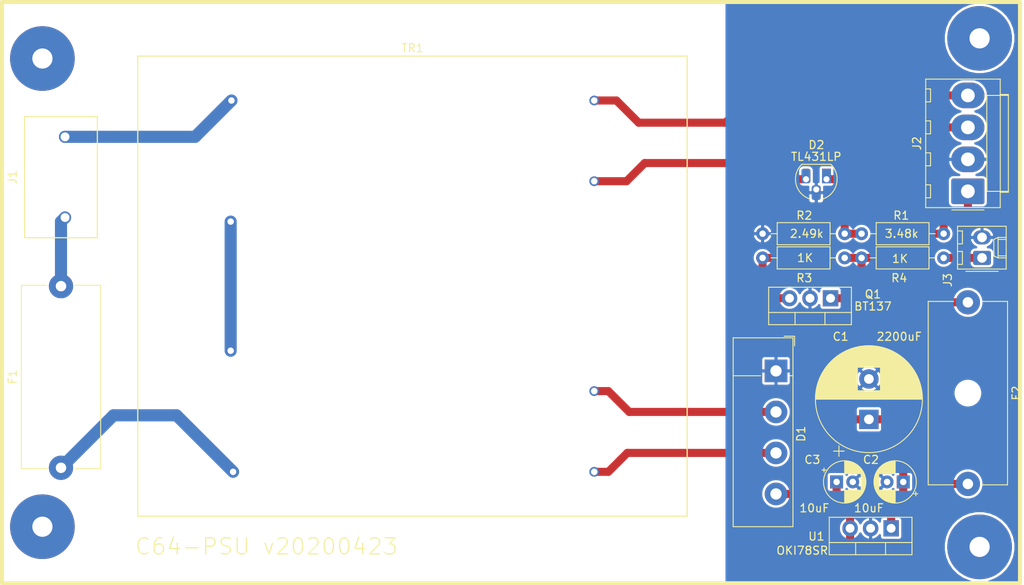
<source format=kicad_pcb>
(kicad_pcb (version 20171130) (host pcbnew 5.1.5+dfsg1-2+b1)

  (general
    (thickness 1.6)
    (drawings 1)
    (tracks 73)
    (zones 0)
    (modules 18)
    (nets 16)
  )

  (page A4)
  (layers
    (0 F.Cu signal)
    (31 B.Cu signal)
    (32 B.Adhes user)
    (33 F.Adhes user)
    (34 B.Paste user)
    (35 F.Paste user)
    (36 B.SilkS user)
    (37 F.SilkS user)
    (38 B.Mask user)
    (39 F.Mask user)
    (40 Dwgs.User user)
    (41 Cmts.User user)
    (42 Eco1.User user)
    (43 Eco2.User user)
    (44 Edge.Cuts user)
    (45 Margin user)
    (46 B.CrtYd user)
    (47 F.CrtYd user)
    (48 B.Fab user)
    (49 F.Fab user)
  )

  (setup
    (last_trace_width 0.25)
    (user_trace_width 0.25)
    (user_trace_width 0.5)
    (user_trace_width 1)
    (user_trace_width 1.5)
    (user_trace_width 3)
    (trace_clearance 0.2)
    (zone_clearance 0.3)
    (zone_45_only no)
    (trace_min 0.2)
    (via_size 0.8)
    (via_drill 0.4)
    (via_min_size 0.4)
    (via_min_drill 0.3)
    (uvia_size 0.3)
    (uvia_drill 0.1)
    (uvias_allowed no)
    (uvia_min_size 0.2)
    (uvia_min_drill 0.1)
    (edge_width 0.1)
    (segment_width 0.2)
    (pcb_text_width 0.3)
    (pcb_text_size 1.5 1.5)
    (mod_edge_width 0.15)
    (mod_text_size 1 1)
    (mod_text_width 0.15)
    (pad_size 1.524 1.524)
    (pad_drill 0.762)
    (pad_to_mask_clearance 0)
    (aux_axis_origin 0 0)
    (visible_elements FFFFFF7F)
    (pcbplotparams
      (layerselection 0x010f0_ffffffff)
      (usegerberextensions false)
      (usegerberattributes false)
      (usegerberadvancedattributes false)
      (creategerberjobfile false)
      (excludeedgelayer true)
      (linewidth 0.100000)
      (plotframeref false)
      (viasonmask false)
      (mode 1)
      (useauxorigin false)
      (hpglpennumber 1)
      (hpglpenspeed 20)
      (hpglpendiameter 15.000000)
      (psnegative false)
      (psa4output false)
      (plotreference true)
      (plotvalue true)
      (plotinvisibletext false)
      (padsonsilk false)
      (subtractmaskfromsilk false)
      (outputformat 1)
      (mirror false)
      (drillshape 0)
      (scaleselection 1)
      (outputdirectory "/tmp/pcb"))
  )

  (net 0 "")
  (net 1 "Net-(C1-Pad1)")
  (net 2 GND)
  (net 3 "Net-(C3-Pad1)")
  (net 4 9VAC_B)
  (net 5 9VAC_A)
  (net 6 "Net-(D2-Pad3)")
  (net 7 "Net-(D2-Pad1)")
  (net 8 "Net-(F1-Pad1)")
  (net 9 "Net-(F1-Pad2)")
  (net 10 5VDC)
  (net 11 AC)
  (net 12 9VACOUT_B)
  (net 13 9VACOUT_A)
  (net 14 "Net-(J3-Pad1)")
  (net 15 "Net-(TR1-Pad2)")

  (net_class Default "This is the default net class."
    (clearance 0.2)
    (trace_width 0.25)
    (via_dia 0.8)
    (via_drill 0.4)
    (uvia_dia 0.3)
    (uvia_drill 0.1)
    (add_net 5VDC)
    (add_net 9VACOUT_A)
    (add_net 9VACOUT_B)
    (add_net 9VAC_A)
    (add_net 9VAC_B)
    (add_net AC)
    (add_net GND)
    (add_net "Net-(C1-Pad1)")
    (add_net "Net-(C3-Pad1)")
    (add_net "Net-(D2-Pad1)")
    (add_net "Net-(D2-Pad3)")
    (add_net "Net-(F1-Pad1)")
    (add_net "Net-(F1-Pad2)")
    (add_net "Net-(J3-Pad1)")
    (add_net "Net-(TR1-Pad2)")
  )

  (module Connector_Molex:Molex_KK-254_AE-6410-02A_1x02_P2.54mm_Vertical (layer F.Cu) (tedit 5B78013E) (tstamp 5E9CCC28)
    (at 172.5 80.5 90)
    (descr "Molex KK-254 Interconnect System, old/engineering part number: AE-6410-02A example for new part number: 22-27-2021, 2 Pins (http://www.molex.com/pdm_docs/sd/022272021_sd.pdf), generated with kicad-footprint-generator")
    (tags "connector Molex KK-254 side entry")
    (path /5B58D49F)
    (fp_text reference J3 (at -2.75 -4.25 90) (layer F.SilkS)
      (effects (font (size 1 1) (thickness 0.15)))
    )
    (fp_text value Conn_01x02_Male (at 1.27 4.08 90) (layer F.Fab)
      (effects (font (size 1 1) (thickness 0.15)))
    )
    (fp_text user %R (at 1.27 -2.22 90) (layer F.Fab)
      (effects (font (size 1 1) (thickness 0.15)))
    )
    (fp_line (start 4.31 -3.42) (end -1.77 -3.42) (layer F.CrtYd) (width 0.05))
    (fp_line (start 4.31 3.38) (end 4.31 -3.42) (layer F.CrtYd) (width 0.05))
    (fp_line (start -1.77 3.38) (end 4.31 3.38) (layer F.CrtYd) (width 0.05))
    (fp_line (start -1.77 -3.42) (end -1.77 3.38) (layer F.CrtYd) (width 0.05))
    (fp_line (start 3.34 -2.43) (end 3.34 -3.03) (layer F.SilkS) (width 0.12))
    (fp_line (start 1.74 -2.43) (end 3.34 -2.43) (layer F.SilkS) (width 0.12))
    (fp_line (start 1.74 -3.03) (end 1.74 -2.43) (layer F.SilkS) (width 0.12))
    (fp_line (start 0.8 -2.43) (end 0.8 -3.03) (layer F.SilkS) (width 0.12))
    (fp_line (start -0.8 -2.43) (end 0.8 -2.43) (layer F.SilkS) (width 0.12))
    (fp_line (start -0.8 -3.03) (end -0.8 -2.43) (layer F.SilkS) (width 0.12))
    (fp_line (start 2.29 2.99) (end 2.29 1.99) (layer F.SilkS) (width 0.12))
    (fp_line (start 0.25 2.99) (end 0.25 1.99) (layer F.SilkS) (width 0.12))
    (fp_line (start 2.29 1.46) (end 2.54 1.99) (layer F.SilkS) (width 0.12))
    (fp_line (start 0.25 1.46) (end 2.29 1.46) (layer F.SilkS) (width 0.12))
    (fp_line (start 0 1.99) (end 0.25 1.46) (layer F.SilkS) (width 0.12))
    (fp_line (start 2.54 1.99) (end 2.54 2.99) (layer F.SilkS) (width 0.12))
    (fp_line (start 0 1.99) (end 2.54 1.99) (layer F.SilkS) (width 0.12))
    (fp_line (start 0 2.99) (end 0 1.99) (layer F.SilkS) (width 0.12))
    (fp_line (start -0.562893 0) (end -1.27 0.5) (layer F.Fab) (width 0.1))
    (fp_line (start -1.27 -0.5) (end -0.562893 0) (layer F.Fab) (width 0.1))
    (fp_line (start -1.67 -2) (end -1.67 2) (layer F.SilkS) (width 0.12))
    (fp_line (start 3.92 -3.03) (end -1.38 -3.03) (layer F.SilkS) (width 0.12))
    (fp_line (start 3.92 2.99) (end 3.92 -3.03) (layer F.SilkS) (width 0.12))
    (fp_line (start -1.38 2.99) (end 3.92 2.99) (layer F.SilkS) (width 0.12))
    (fp_line (start -1.38 -3.03) (end -1.38 2.99) (layer F.SilkS) (width 0.12))
    (fp_line (start 3.81 -2.92) (end -1.27 -2.92) (layer F.Fab) (width 0.1))
    (fp_line (start 3.81 2.88) (end 3.81 -2.92) (layer F.Fab) (width 0.1))
    (fp_line (start -1.27 2.88) (end 3.81 2.88) (layer F.Fab) (width 0.1))
    (fp_line (start -1.27 -2.92) (end -1.27 2.88) (layer F.Fab) (width 0.1))
    (pad 2 thru_hole oval (at 2.54 0 90) (size 1.74 2.2) (drill 1.2) (layers *.Cu *.Mask)
      (net 2 GND))
    (pad 1 thru_hole roundrect (at 0 0 90) (size 1.74 2.2) (drill 1.2) (layers *.Cu *.Mask) (roundrect_rratio 0.143678)
      (net 14 "Net-(J3-Pad1)"))
    (model ${KISYS3DMOD}/Connector_Molex.3dshapes/Molex_KK-254_AE-6410-02A_1x02_P2.54mm_Vertical.wrl
      (at (xyz 0 0 0))
      (scale (xyz 1 1 1))
      (rotate (xyz 0 0 0))
    )
  )

  (module Connector_Molex:Molex_KK-396_A-41791-0004_1x04_P3.96mm_Vertical (layer F.Cu) (tedit 5DC431B4) (tstamp 5EA0FE1B)
    (at 170.75 72.25 90)
    (descr "Molex KK 396 Interconnect System, old/engineering part number: A-41791-0004 example for new part number: 26-60-4040, 4 Pins (https://www.molex.com/pdm_docs/sd/026604020_sd.pdf), generated with kicad-footprint-generator")
    (tags "connector Molex KK-396 vertical")
    (path /5EA1E9A3)
    (fp_text reference J2 (at 5.94 -6.31 90) (layer F.SilkS)
      (effects (font (size 1 1) (thickness 0.15)))
    )
    (fp_text value Conn_01x04 (at 5.94 6.1 90) (layer F.Fab)
      (effects (font (size 1 1) (thickness 0.15)))
    )
    (fp_text user %R (at 5.94 -4.41 90) (layer F.Fab)
      (effects (font (size 1 1) (thickness 0.15)))
    )
    (fp_line (start 14.29 -5.61) (end -2.41 -5.61) (layer F.CrtYd) (width 0.05))
    (fp_line (start 14.29 5.4) (end 14.29 -5.61) (layer F.CrtYd) (width 0.05))
    (fp_line (start -2.41 5.4) (end 14.29 5.4) (layer F.CrtYd) (width 0.05))
    (fp_line (start -2.41 -5.61) (end -2.41 5.4) (layer F.CrtYd) (width 0.05))
    (fp_line (start 12.68 -4.62) (end 12.68 -5.22) (layer F.SilkS) (width 0.12))
    (fp_line (start 11.08 -4.62) (end 12.68 -4.62) (layer F.SilkS) (width 0.12))
    (fp_line (start 11.08 -5.22) (end 11.08 -4.62) (layer F.SilkS) (width 0.12))
    (fp_line (start 8.72 -4.62) (end 8.72 -5.22) (layer F.SilkS) (width 0.12))
    (fp_line (start 7.12 -4.62) (end 8.72 -4.62) (layer F.SilkS) (width 0.12))
    (fp_line (start 7.12 -5.22) (end 7.12 -4.62) (layer F.SilkS) (width 0.12))
    (fp_line (start 4.76 -4.62) (end 4.76 -5.22) (layer F.SilkS) (width 0.12))
    (fp_line (start 3.16 -4.62) (end 4.76 -4.62) (layer F.SilkS) (width 0.12))
    (fp_line (start 3.16 -5.22) (end 3.16 -4.62) (layer F.SilkS) (width 0.12))
    (fp_line (start 0.8 -4.62) (end 0.8 -5.22) (layer F.SilkS) (width 0.12))
    (fp_line (start -0.8 -4.62) (end 0.8 -4.62) (layer F.SilkS) (width 0.12))
    (fp_line (start -0.8 -5.22) (end -0.8 -4.62) (layer F.SilkS) (width 0.12))
    (fp_line (start 11.88 2.34) (end 11.88 4.01) (layer F.SilkS) (width 0.12))
    (fp_line (start 0 2.34) (end 11.88 2.34) (layer F.SilkS) (width 0.12))
    (fp_line (start 0 4.01) (end 0 2.34) (layer F.SilkS) (width 0.12))
    (fp_line (start 11.88 4.01) (end 11.88 5.01) (layer F.SilkS) (width 0.12))
    (fp_line (start 0 4.01) (end 11.88 4.01) (layer F.SilkS) (width 0.12))
    (fp_line (start 0 5.01) (end 0 4.01) (layer F.SilkS) (width 0.12))
    (fp_line (start -1.202893 0) (end -1.91 0.5) (layer F.Fab) (width 0.1))
    (fp_line (start -1.91 -0.5) (end -1.202893 0) (layer F.Fab) (width 0.1))
    (fp_line (start -2.31 -2) (end -2.31 2) (layer F.SilkS) (width 0.12))
    (fp_line (start -2.02 4.005) (end -2.02 -5.22) (layer F.SilkS) (width 0.12))
    (fp_line (start -0.115 4.005) (end -2.02 4.005) (layer F.SilkS) (width 0.12))
    (fp_line (start -0.115 5.01) (end -0.115 4.005) (layer F.SilkS) (width 0.12))
    (fp_line (start 11.995 5.01) (end -0.115 5.01) (layer F.SilkS) (width 0.12))
    (fp_line (start 11.995 4.005) (end 11.995 5.01) (layer F.SilkS) (width 0.12))
    (fp_line (start 13.9 4.005) (end 11.995 4.005) (layer F.SilkS) (width 0.12))
    (fp_line (start 13.9 -5.22) (end 13.9 4.005) (layer F.SilkS) (width 0.12))
    (fp_line (start -2.02 -5.22) (end 13.9 -5.22) (layer F.SilkS) (width 0.12))
    (fp_line (start -1.91 3.895) (end -1.91 -5.11) (layer F.Fab) (width 0.1))
    (fp_line (start -0.005 3.895) (end -1.91 3.895) (layer F.Fab) (width 0.1))
    (fp_line (start -0.005 4.9) (end -0.005 3.895) (layer F.Fab) (width 0.1))
    (fp_line (start 11.885 4.9) (end -0.005 4.9) (layer F.Fab) (width 0.1))
    (fp_line (start 11.885 3.895) (end 11.885 4.9) (layer F.Fab) (width 0.1))
    (fp_line (start 13.79 3.895) (end 11.885 3.895) (layer F.Fab) (width 0.1))
    (fp_line (start 13.79 -5.11) (end 13.79 3.895) (layer F.Fab) (width 0.1))
    (fp_line (start -1.91 -5.11) (end 13.79 -5.11) (layer F.Fab) (width 0.1))
    (pad 4 thru_hole oval (at 11.88 0 90) (size 3.16 4.1) (drill 1.7) (layers *.Cu *.Mask)
      (net 13 9VACOUT_A))
    (pad 3 thru_hole oval (at 7.92 0 90) (size 3.16 4.1) (drill 1.7) (layers *.Cu *.Mask)
      (net 12 9VACOUT_B))
    (pad 2 thru_hole oval (at 3.96 0 90) (size 3.16 4.1) (drill 1.7) (layers *.Cu *.Mask)
      (net 2 GND))
    (pad 1 thru_hole roundrect (at 0 0 90) (size 3.16 4.1) (drill 1.7) (layers *.Cu *.Mask) (roundrect_rratio 0.079114)
      (net 10 5VDC))
    (model ${KISYS3DMOD}/Connector_Molex.3dshapes/Molex_KK-396_A-41791-0004_1x04_P3.96mm_Vertical.wrl
      (at (xyz 0 0 0))
      (scale (xyz 1 1 1))
      (rotate (xyz 0 0 0))
    )
  )

  (module c64-components:BOPLA_E440VL (layer F.Cu) (tedit 5EA082A8) (tstamp 5EA22210)
    (at 114.2 84.8 180)
    (path /5EA0F966)
    (fp_text reference O1 (at 0 6.35) (layer F.SilkS) hide
      (effects (font (size 1 1) (thickness 0.15)))
    )
    (fp_text value BOPLA-E440VL (at 0 32.004) (layer F.Fab) hide
      (effects (font (size 1 1) (thickness 0.15)))
    )
    (fp_line (start 63 36) (end 63 -36) (layer F.SilkS) (width 0.5))
    (fp_line (start 63 36) (end -63 36) (layer F.SilkS) (width 0.5))
    (fp_line (start -63 -36) (end -63 36) (layer F.SilkS) (width 0.5))
    (fp_line (start -63 -36) (end 63 -36) (layer F.SilkS) (width 0.5))
    (pad "" thru_hole circle (at 58 -29 180) (size 8 8) (drill 2.5) (layers *.Cu *.Mask))
    (pad "" thru_hole circle (at 58 29 180) (size 8 8) (drill 2.5) (layers *.Cu *.Mask))
    (pad "" thru_hole circle (at -58 31.5 180) (size 8 8) (drill 2.5) (layers *.Cu *.Mask))
    (pad "" thru_hole circle (at -58 -31.5 180) (size 8 8) (drill 2.5) (layers *.Cu *.Mask))
  )

  (module Resistor_THT:R_Axial_DIN0207_L6.3mm_D2.5mm_P10.16mm_Horizontal (layer F.Cu) (tedit 5AE5139B) (tstamp 5EA16441)
    (at 155.5 80.5 180)
    (descr "Resistor, Axial_DIN0207 series, Axial, Horizontal, pin pitch=10.16mm, 0.25W = 1/4W, length*diameter=6.3*2.5mm^2, http://cdn-reichelt.de/documents/datenblatt/B400/1_4W%23YAG.pdf")
    (tags "Resistor Axial_DIN0207 series Axial Horizontal pin pitch 10.16mm 0.25W = 1/4W length 6.3mm diameter 2.5mm")
    (path /5B559C1A)
    (fp_text reference R3 (at 5 -2.5) (layer F.SilkS)
      (effects (font (size 1 1) (thickness 0.15)))
    )
    (fp_text value 1K (at 4.9 0) (layer F.SilkS)
      (effects (font (size 1 1) (thickness 0.15)))
    )
    (fp_text user %R (at 5 -2.5) (layer F.Fab)
      (effects (font (size 1 1) (thickness 0.15)))
    )
    (fp_line (start 11.21 -1.5) (end -1.05 -1.5) (layer F.CrtYd) (width 0.05))
    (fp_line (start 11.21 1.5) (end 11.21 -1.5) (layer F.CrtYd) (width 0.05))
    (fp_line (start -1.05 1.5) (end 11.21 1.5) (layer F.CrtYd) (width 0.05))
    (fp_line (start -1.05 -1.5) (end -1.05 1.5) (layer F.CrtYd) (width 0.05))
    (fp_line (start 9.12 0) (end 8.35 0) (layer F.SilkS) (width 0.12))
    (fp_line (start 1.04 0) (end 1.81 0) (layer F.SilkS) (width 0.12))
    (fp_line (start 8.35 -1.37) (end 1.81 -1.37) (layer F.SilkS) (width 0.12))
    (fp_line (start 8.35 1.37) (end 8.35 -1.37) (layer F.SilkS) (width 0.12))
    (fp_line (start 1.81 1.37) (end 8.35 1.37) (layer F.SilkS) (width 0.12))
    (fp_line (start 1.81 -1.37) (end 1.81 1.37) (layer F.SilkS) (width 0.12))
    (fp_line (start 10.16 0) (end 8.23 0) (layer F.Fab) (width 0.1))
    (fp_line (start 0 0) (end 1.93 0) (layer F.Fab) (width 0.1))
    (fp_line (start 8.23 -1.25) (end 1.93 -1.25) (layer F.Fab) (width 0.1))
    (fp_line (start 8.23 1.25) (end 8.23 -1.25) (layer F.Fab) (width 0.1))
    (fp_line (start 1.93 1.25) (end 8.23 1.25) (layer F.Fab) (width 0.1))
    (fp_line (start 1.93 -1.25) (end 1.93 1.25) (layer F.Fab) (width 0.1))
    (pad 2 thru_hole oval (at 10.16 0 180) (size 1.6 1.6) (drill 0.8) (layers *.Cu *.Mask)
      (net 6 "Net-(D2-Pad3)"))
    (pad 1 thru_hole circle (at 0 0 180) (size 1.6 1.6) (drill 0.8) (layers *.Cu *.Mask)
      (net 10 5VDC))
    (model ${KISYS3DMOD}/Resistor_THT.3dshapes/R_Axial_DIN0207_L6.3mm_D2.5mm_P10.16mm_Horizontal.wrl
      (at (xyz 0 0 0))
      (scale (xyz 1 1 1))
      (rotate (xyz 0 0 0))
    )
  )

  (module Fuse:Fuseholder_Cylinder-5x20mm_Schurter_0031_8201_Horizontal_Open (layer F.Cu) (tedit 5D717D34) (tstamp 5EA121EF)
    (at 170.75 86 270)
    (descr "Fuseholder horizontal open, 5x20mm, 500V, 16A, Schurter 0031.8201, https://us.schurter.com/bundles/snceschurter/epim/_ProdPool_/newDS/en/typ_OGN.pdf")
    (tags "Fuseholder horizontal open 5x20 Schurter 0031.8201")
    (path /5B55641B)
    (fp_text reference F2 (at 11.25 -6 90) (layer F.SilkS)
      (effects (font (size 1 1) (thickness 0.15)))
    )
    (fp_text value Fuse (at 15 0.1 90) (layer F.Fab)
      (effects (font (size 1 1) (thickness 0.15)))
    )
    (fp_line (start -0.11 4.91) (end -0.11 1.75) (layer F.SilkS) (width 0.12))
    (fp_line (start 24.25 -5.05) (end 24.25 5.05) (layer F.CrtYd) (width 0.05))
    (fp_line (start -0.11 4.91) (end 22.61 4.91) (layer F.SilkS) (width 0.12))
    (fp_line (start -1.75 -5.05) (end 24.25 -5.05) (layer F.CrtYd) (width 0.05))
    (fp_line (start 24.25 5.05) (end -1.75 5.05) (layer F.CrtYd) (width 0.05))
    (fp_line (start -0.11 -4.91) (end 22.61 -4.91) (layer F.SilkS) (width 0.12))
    (fp_line (start -0.11 -1.75) (end -0.11 -4.91) (layer F.SilkS) (width 0.12))
    (fp_line (start 22.61 -1.75) (end 22.61 -4.91) (layer F.SilkS) (width 0.12))
    (fp_line (start 22.61 4.91) (end 22.61 1.75) (layer F.SilkS) (width 0.12))
    (fp_line (start -1.75 5.05) (end -1.75 -5.05) (layer F.CrtYd) (width 0.05))
    (fp_line (start 22.5 -4.8) (end 0 -4.8) (layer F.Fab) (width 0.1))
    (fp_line (start 22.5 4.8) (end 22.5 -4.8) (layer F.Fab) (width 0.1))
    (fp_line (start 0 4.8) (end 22.5 4.8) (layer F.Fab) (width 0.1))
    (fp_line (start 0 -4.8) (end 0 4.8) (layer F.Fab) (width 0.1))
    (fp_text user %R (at 11.25 4 90) (layer F.Fab)
      (effects (font (size 1 1) (thickness 0.15)))
    )
    (pad "" np_thru_hole circle (at 11.25 0 270) (size 2.7 2.7) (drill 2.7) (layers *.Cu *.Mask))
    (pad 2 thru_hole circle (at 22.5 0 270) (size 3 3) (drill 1.3) (layers *.Cu *.Mask)
      (net 3 "Net-(C3-Pad1)"))
    (pad 1 thru_hole circle (at 0 0 270) (size 3 3) (drill 1.3) (layers *.Cu *.Mask)
      (net 10 5VDC))
    (model ${KISYS3DMOD}/Fuse.3dshapes/Fuseholder_Cylinder-5x20mm_Schurter_0031_8201_Horizontal_Open.wrl
      (at (xyz 0 0 0))
      (scale (xyz 1 1 1))
      (rotate (xyz 0 0 0))
    )
  )

  (module Package_TO_SOT_THT:TO-92_HandSolder (layer F.Cu) (tedit 5A282C46) (tstamp 5E9C6C49)
    (at 153.25 70.75 180)
    (descr "TO-92 leads molded, narrow, drill 0.75mm, handsoldering variant with enlarged pads (see NXP sot054_po.pdf)")
    (tags "to-92 sc-43 sc-43a sot54 PA33 transistor")
    (path /5B553F7D)
    (fp_text reference D2 (at 1.25 4.25) (layer F.SilkS)
      (effects (font (size 1 1) (thickness 0.15)))
    )
    (fp_text value TL431LP (at 1.27 2.79) (layer F.SilkS)
      (effects (font (size 1 1) (thickness 0.15)))
    )
    (fp_arc (start 1.27 0) (end 2.05 -2.45) (angle 117.6433766) (layer F.SilkS) (width 0.12))
    (fp_arc (start 1.27 0) (end 1.27 -2.48) (angle -135) (layer F.Fab) (width 0.1))
    (fp_arc (start 1.27 0) (end 0.45 -2.45) (angle -116.9632683) (layer F.SilkS) (width 0.12))
    (fp_arc (start 1.27 0) (end 1.27 -2.48) (angle 135) (layer F.Fab) (width 0.1))
    (fp_line (start 4 2.01) (end -1.46 2.01) (layer F.CrtYd) (width 0.05))
    (fp_line (start 4 2.01) (end 4 -3.05) (layer F.CrtYd) (width 0.05))
    (fp_line (start -1.45 -3.05) (end -1.46 2.01) (layer F.CrtYd) (width 0.05))
    (fp_line (start -1.46 -3.05) (end 4 -3.05) (layer F.CrtYd) (width 0.05))
    (fp_line (start -0.5 1.75) (end 3 1.75) (layer F.Fab) (width 0.1))
    (fp_line (start -0.53 1.85) (end 3.07 1.85) (layer F.SilkS) (width 0.12))
    (fp_text user %R (at 1.25 4.25) (layer F.Fab)
      (effects (font (size 1 1) (thickness 0.15)))
    )
    (pad 1 thru_hole rect (at 0 0 180) (size 1.1 1.8) (drill 0.75 (offset 0 0.4)) (layers *.Cu *.Mask)
      (net 7 "Net-(D2-Pad1)"))
    (pad 3 thru_hole roundrect (at 2.54 0 180) (size 1.1 1.8) (drill 0.75 (offset 0 0.4)) (layers *.Cu *.Mask) (roundrect_rratio 0.25)
      (net 6 "Net-(D2-Pad3)"))
    (pad 2 thru_hole roundrect (at 1.27 -1.27 180) (size 1.1 1.8) (drill 0.75 (offset 0 -0.4)) (layers *.Cu *.Mask) (roundrect_rratio 0.25)
      (net 2 GND))
    (model ${KISYS3DMOD}/Package_TO_SOT_THT.3dshapes/TO-92.wrl
      (at (xyz 0 0 0))
      (scale (xyz 1 1 1))
      (rotate (xyz 0 0 0))
    )
  )

  (module Resistor_THT:R_Axial_DIN0207_L6.3mm_D2.5mm_P10.16mm_Horizontal (layer F.Cu) (tedit 5AE5139B) (tstamp 5E9C5848)
    (at 167.75 77.5 180)
    (descr "Resistor, Axial_DIN0207 series, Axial, Horizontal, pin pitch=10.16mm, 0.25W = 1/4W, length*diameter=6.3*2.5mm^2, http://cdn-reichelt.de/documents/datenblatt/B400/1_4W%23YAG.pdf")
    (tags "Resistor Axial_DIN0207 series Axial Horizontal pin pitch 10.16mm 0.25W = 1/4W length 6.3mm diameter 2.5mm")
    (path /5B55E058)
    (fp_text reference R1 (at 5.25 2.25) (layer F.SilkS)
      (effects (font (size 1 1) (thickness 0.15)))
    )
    (fp_text value 3.48k (at 5.2 0) (layer F.SilkS)
      (effects (font (size 1 1) (thickness 0.15)))
    )
    (fp_text user %R (at 5.25 2.25) (layer F.Fab)
      (effects (font (size 1 1) (thickness 0.15)))
    )
    (fp_line (start 11.21 -1.5) (end -1.05 -1.5) (layer F.CrtYd) (width 0.05))
    (fp_line (start 11.21 1.5) (end 11.21 -1.5) (layer F.CrtYd) (width 0.05))
    (fp_line (start -1.05 1.5) (end 11.21 1.5) (layer F.CrtYd) (width 0.05))
    (fp_line (start -1.05 -1.5) (end -1.05 1.5) (layer F.CrtYd) (width 0.05))
    (fp_line (start 9.12 0) (end 8.35 0) (layer F.SilkS) (width 0.12))
    (fp_line (start 1.04 0) (end 1.81 0) (layer F.SilkS) (width 0.12))
    (fp_line (start 8.35 -1.37) (end 1.81 -1.37) (layer F.SilkS) (width 0.12))
    (fp_line (start 8.35 1.37) (end 8.35 -1.37) (layer F.SilkS) (width 0.12))
    (fp_line (start 1.81 1.37) (end 8.35 1.37) (layer F.SilkS) (width 0.12))
    (fp_line (start 1.81 -1.37) (end 1.81 1.37) (layer F.SilkS) (width 0.12))
    (fp_line (start 10.16 0) (end 8.23 0) (layer F.Fab) (width 0.1))
    (fp_line (start 0 0) (end 1.93 0) (layer F.Fab) (width 0.1))
    (fp_line (start 8.23 -1.25) (end 1.93 -1.25) (layer F.Fab) (width 0.1))
    (fp_line (start 8.23 1.25) (end 8.23 -1.25) (layer F.Fab) (width 0.1))
    (fp_line (start 1.93 1.25) (end 8.23 1.25) (layer F.Fab) (width 0.1))
    (fp_line (start 1.93 -1.25) (end 1.93 1.25) (layer F.Fab) (width 0.1))
    (pad 2 thru_hole oval (at 10.16 0 180) (size 1.6 1.6) (drill 0.8) (layers *.Cu *.Mask)
      (net 7 "Net-(D2-Pad1)"))
    (pad 1 thru_hole circle (at 0 0 180) (size 1.6 1.6) (drill 0.8) (layers *.Cu *.Mask)
      (net 10 5VDC))
    (model ${KISYS3DMOD}/Resistor_THT.3dshapes/R_Axial_DIN0207_L6.3mm_D2.5mm_P10.16mm_Horizontal.wrl
      (at (xyz 0 0 0))
      (scale (xyz 1 1 1))
      (rotate (xyz 0 0 0))
    )
  )

  (module Resistor_THT:R_Axial_DIN0207_L6.3mm_D2.5mm_P10.16mm_Horizontal (layer F.Cu) (tedit 5AE5139B) (tstamp 5E9C5857)
    (at 155.5 77.5 180)
    (descr "Resistor, Axial_DIN0207 series, Axial, Horizontal, pin pitch=10.16mm, 0.25W = 1/4W, length*diameter=6.3*2.5mm^2, http://cdn-reichelt.de/documents/datenblatt/B400/1_4W%23YAG.pdf")
    (tags "Resistor Axial_DIN0207 series Axial Horizontal pin pitch 10.16mm 0.25W = 1/4W length 6.3mm diameter 2.5mm")
    (path /5B55E85B)
    (fp_text reference R2 (at 5 2.25) (layer F.SilkS)
      (effects (font (size 1 1) (thickness 0.15)))
    )
    (fp_text value 2.49k (at 4.7 0) (layer F.SilkS)
      (effects (font (size 1 1) (thickness 0.15)))
    )
    (fp_text user %R (at 5 2.25) (layer F.Fab)
      (effects (font (size 1 1) (thickness 0.15)))
    )
    (fp_line (start 11.21 -1.5) (end -1.05 -1.5) (layer F.CrtYd) (width 0.05))
    (fp_line (start 11.21 1.5) (end 11.21 -1.5) (layer F.CrtYd) (width 0.05))
    (fp_line (start -1.05 1.5) (end 11.21 1.5) (layer F.CrtYd) (width 0.05))
    (fp_line (start -1.05 -1.5) (end -1.05 1.5) (layer F.CrtYd) (width 0.05))
    (fp_line (start 9.12 0) (end 8.35 0) (layer F.SilkS) (width 0.12))
    (fp_line (start 1.04 0) (end 1.81 0) (layer F.SilkS) (width 0.12))
    (fp_line (start 8.35 -1.37) (end 1.81 -1.37) (layer F.SilkS) (width 0.12))
    (fp_line (start 8.35 1.37) (end 8.35 -1.37) (layer F.SilkS) (width 0.12))
    (fp_line (start 1.81 1.37) (end 8.35 1.37) (layer F.SilkS) (width 0.12))
    (fp_line (start 1.81 -1.37) (end 1.81 1.37) (layer F.SilkS) (width 0.12))
    (fp_line (start 10.16 0) (end 8.23 0) (layer F.Fab) (width 0.1))
    (fp_line (start 0 0) (end 1.93 0) (layer F.Fab) (width 0.1))
    (fp_line (start 8.23 -1.25) (end 1.93 -1.25) (layer F.Fab) (width 0.1))
    (fp_line (start 8.23 1.25) (end 8.23 -1.25) (layer F.Fab) (width 0.1))
    (fp_line (start 1.93 1.25) (end 8.23 1.25) (layer F.Fab) (width 0.1))
    (fp_line (start 1.93 -1.25) (end 1.93 1.25) (layer F.Fab) (width 0.1))
    (pad 2 thru_hole oval (at 10.16 0 180) (size 1.6 1.6) (drill 0.8) (layers *.Cu *.Mask)
      (net 2 GND))
    (pad 1 thru_hole circle (at 0 0 180) (size 1.6 1.6) (drill 0.8) (layers *.Cu *.Mask)
      (net 7 "Net-(D2-Pad1)"))
    (model ${KISYS3DMOD}/Resistor_THT.3dshapes/R_Axial_DIN0207_L6.3mm_D2.5mm_P10.16mm_Horizontal.wrl
      (at (xyz 0 0 0))
      (scale (xyz 1 1 1))
      (rotate (xyz 0 0 0))
    )
  )

  (module Resistor_THT:R_Axial_DIN0207_L6.3mm_D2.5mm_P10.16mm_Horizontal (layer F.Cu) (tedit 5AE5139B) (tstamp 5EA12263)
    (at 167.75 80.5 180)
    (descr "Resistor, Axial_DIN0207 series, Axial, Horizontal, pin pitch=10.16mm, 0.25W = 1/4W, length*diameter=6.3*2.5mm^2, http://cdn-reichelt.de/documents/datenblatt/B400/1_4W%23YAG.pdf")
    (tags "Resistor Axial_DIN0207 series Axial Horizontal pin pitch 10.16mm 0.25W = 1/4W length 6.3mm diameter 2.5mm")
    (path /5B56AE49)
    (fp_text reference R4 (at 5.5 -2.5) (layer F.SilkS)
      (effects (font (size 1 1) (thickness 0.15)))
    )
    (fp_text value 1K (at 5.4 -0.1) (layer F.SilkS)
      (effects (font (size 1 1) (thickness 0.15)))
    )
    (fp_text user %R (at 5.5 -2.5) (layer F.Fab)
      (effects (font (size 1 1) (thickness 0.15)))
    )
    (fp_line (start 11.21 -1.5) (end -1.05 -1.5) (layer F.CrtYd) (width 0.05))
    (fp_line (start 11.21 1.5) (end 11.21 -1.5) (layer F.CrtYd) (width 0.05))
    (fp_line (start -1.05 1.5) (end 11.21 1.5) (layer F.CrtYd) (width 0.05))
    (fp_line (start -1.05 -1.5) (end -1.05 1.5) (layer F.CrtYd) (width 0.05))
    (fp_line (start 9.12 0) (end 8.35 0) (layer F.SilkS) (width 0.12))
    (fp_line (start 1.04 0) (end 1.81 0) (layer F.SilkS) (width 0.12))
    (fp_line (start 8.35 -1.37) (end 1.81 -1.37) (layer F.SilkS) (width 0.12))
    (fp_line (start 8.35 1.37) (end 8.35 -1.37) (layer F.SilkS) (width 0.12))
    (fp_line (start 1.81 1.37) (end 8.35 1.37) (layer F.SilkS) (width 0.12))
    (fp_line (start 1.81 -1.37) (end 1.81 1.37) (layer F.SilkS) (width 0.12))
    (fp_line (start 10.16 0) (end 8.23 0) (layer F.Fab) (width 0.1))
    (fp_line (start 0 0) (end 1.93 0) (layer F.Fab) (width 0.1))
    (fp_line (start 8.23 -1.25) (end 1.93 -1.25) (layer F.Fab) (width 0.1))
    (fp_line (start 8.23 1.25) (end 8.23 -1.25) (layer F.Fab) (width 0.1))
    (fp_line (start 1.93 1.25) (end 8.23 1.25) (layer F.Fab) (width 0.1))
    (fp_line (start 1.93 -1.25) (end 1.93 1.25) (layer F.Fab) (width 0.1))
    (pad 2 thru_hole oval (at 10.16 0 180) (size 1.6 1.6) (drill 0.8) (layers *.Cu *.Mask)
      (net 10 5VDC))
    (pad 1 thru_hole circle (at 0 0 180) (size 1.6 1.6) (drill 0.8) (layers *.Cu *.Mask)
      (net 14 "Net-(J3-Pad1)"))
    (model ${KISYS3DMOD}/Resistor_THT.3dshapes/R_Axial_DIN0207_L6.3mm_D2.5mm_P10.16mm_Horizontal.wrl
      (at (xyz 0 0 0))
      (scale (xyz 1 1 1))
      (rotate (xyz 0 0 0))
    )
  )

  (module c64-components:Transformer-FL30 (layer F.Cu) (tedit 5B5700FD) (tstamp 5EA12439)
    (at 102 84)
    (path /5B545E7F)
    (fp_text reference TR1 (at 0 -29.5) (layer F.SilkS)
      (effects (font (size 1 1) (thickness 0.15)))
    )
    (fp_text value TRANSF6 (at 0 29.4) (layer F.Fab)
      (effects (font (size 1 1) (thickness 0.15)))
    )
    (fp_line (start -34 -28.5) (end 34 -28.5) (layer F.SilkS) (width 0.15))
    (fp_line (start 34 -28.5) (end 34 28.5) (layer F.SilkS) (width 0.15))
    (fp_line (start 34 28.5) (end -34 28.5) (layer F.SilkS) (width 0.15))
    (fp_line (start -34 28.5) (end -34 -28.5) (layer F.SilkS) (width 0.15))
    (pad "" np_thru_hole circle (at 31.25 25) (size 3.2 3.2) (drill 3.2) (layers *.Cu *.Mask))
    (pad "" np_thru_hole circle (at -31.25 25) (size 3.2 3.2) (drill 3.2) (layers *.Cu *.Mask))
    (pad "" np_thru_hole circle (at -31.25 -25) (size 3.2 3.2) (drill 3.2) (layers *.Cu *.Mask))
    (pad "" np_thru_hole circle (at 31.25 -25) (size 3.2 3.2) (drill 3.2) (layers *.Cu *.Mask))
    (pad 3 thru_hole circle (at -22.5 8) (size 1.2 1.2) (drill 0.8) (layers *.Cu *.Mask)
      (net 15 "Net-(TR1-Pad2)"))
    (pad 2 thru_hole circle (at -22.5 -8) (size 1.2 1.2) (drill 0.8) (layers *.Cu *.Mask)
      (net 15 "Net-(TR1-Pad2)"))
    (pad 4 thru_hole circle (at -22.2 23) (size 1.2 1.2) (drill 0.8) (layers *.Cu *.Mask)
      (net 8 "Net-(F1-Pad1)"))
    (pad 1 thru_hole circle (at -22.4 -23) (size 1.2 1.2) (drill 0.8) (layers *.Cu *.Mask)
      (net 11 AC))
    (pad 6 thru_hole circle (at 22.5 13) (size 1.2 1.2) (drill 0.8) (layers *.Cu *.Mask)
      (net 5 9VAC_A))
    (pad 7 thru_hole circle (at 22.5 -13) (size 1.2 1.2) (drill 0.8) (layers *.Cu *.Mask)
      (net 12 9VACOUT_B))
    (pad 5 thru_hole circle (at 22.5 23) (size 1.2 1.2) (drill 0.8) (layers *.Cu *.Mask)
      (net 4 9VAC_B))
    (pad 8 thru_hole circle (at 22.5 -23) (size 1.2 1.2) (drill 0.8) (layers *.Cu *.Mask)
      (net 13 9VACOUT_A))
  )

  (module Package_TO_SOT_THT:TO-220-3_Vertical (layer F.Cu) (tedit 5AC8BA0D) (tstamp 5EA116C3)
    (at 161.25 114 180)
    (descr "TO-220-3, Vertical, RM 2.54mm, see https://www.vishay.com/docs/66542/to-220-1.pdf")
    (tags "TO-220-3 Vertical RM 2.54mm")
    (path /5B54D998)
    (fp_text reference U1 (at 9.25 -1) (layer F.SilkS)
      (effects (font (size 1 1) (thickness 0.15)))
    )
    (fp_text value OKI78SR (at 11 -2.75) (layer F.SilkS)
      (effects (font (size 1 1) (thickness 0.15)))
    )
    (fp_line (start -2.46 -3.15) (end -2.46 1.25) (layer F.Fab) (width 0.1))
    (fp_line (start -2.46 1.25) (end 7.54 1.25) (layer F.Fab) (width 0.1))
    (fp_line (start 7.54 1.25) (end 7.54 -3.15) (layer F.Fab) (width 0.1))
    (fp_line (start 7.54 -3.15) (end -2.46 -3.15) (layer F.Fab) (width 0.1))
    (fp_line (start -2.46 -1.88) (end 7.54 -1.88) (layer F.Fab) (width 0.1))
    (fp_line (start 0.69 -3.15) (end 0.69 -1.88) (layer F.Fab) (width 0.1))
    (fp_line (start 4.39 -3.15) (end 4.39 -1.88) (layer F.Fab) (width 0.1))
    (fp_line (start -2.58 -3.27) (end 7.66 -3.27) (layer F.SilkS) (width 0.12))
    (fp_line (start -2.58 1.371) (end 7.66 1.371) (layer F.SilkS) (width 0.12))
    (fp_line (start -2.58 -3.27) (end -2.58 1.371) (layer F.SilkS) (width 0.12))
    (fp_line (start 7.66 -3.27) (end 7.66 1.371) (layer F.SilkS) (width 0.12))
    (fp_line (start -2.58 -1.76) (end 7.66 -1.76) (layer F.SilkS) (width 0.12))
    (fp_line (start 0.69 -3.27) (end 0.69 -1.76) (layer F.SilkS) (width 0.12))
    (fp_line (start 4.391 -3.27) (end 4.391 -1.76) (layer F.SilkS) (width 0.12))
    (fp_line (start -2.71 -3.4) (end -2.71 1.51) (layer F.CrtYd) (width 0.05))
    (fp_line (start -2.71 1.51) (end 7.79 1.51) (layer F.CrtYd) (width 0.05))
    (fp_line (start 7.79 1.51) (end 7.79 -3.4) (layer F.CrtYd) (width 0.05))
    (fp_line (start 7.79 -3.4) (end -2.71 -3.4) (layer F.CrtYd) (width 0.05))
    (pad 1 thru_hole rect (at 0 0 180) (size 1.905 2) (drill 1.1) (layers *.Cu *.Mask)
      (net 1 "Net-(C1-Pad1)"))
    (pad 2 thru_hole oval (at 2.54 0 180) (size 1.905 2) (drill 1.1) (layers *.Cu *.Mask)
      (net 2 GND))
    (pad 3 thru_hole oval (at 5.08 0 180) (size 1.905 2) (drill 1.1) (layers *.Cu *.Mask)
      (net 3 "Net-(C3-Pad1)"))
    (model ${KISYS3DMOD}/Package_TO_SOT_THT.3dshapes/TO-220-3_Vertical.wrl
      (at (xyz 0 0 0))
      (scale (xyz 1 1 1))
      (rotate (xyz 0 0 0))
    )
  )

  (module Capacitor_THT:CP_Radial_D13.0mm_P5.00mm (layer F.Cu) (tedit 5AE50EF1) (tstamp 5EA113B2)
    (at 158.5 100.5 90)
    (descr "CP, Radial series, Radial, pin pitch=5.00mm, , diameter=13mm, Electrolytic Capacitor")
    (tags "CP Radial series Radial pin pitch 5.00mm  diameter 13mm Electrolytic Capacitor")
    (path /5B5498DD)
    (fp_text reference C1 (at 10.25 -3.5 180) (layer F.SilkS)
      (effects (font (size 1 1) (thickness 0.15)))
    )
    (fp_text value 2200uF (at 10.25 3.75 180) (layer F.SilkS)
      (effects (font (size 1 1) (thickness 0.15)))
    )
    (fp_circle (center 2.5 0) (end 9 0) (layer F.Fab) (width 0.1))
    (fp_circle (center 2.5 0) (end 9.12 0) (layer F.SilkS) (width 0.12))
    (fp_circle (center 2.5 0) (end 9.25 0) (layer F.CrtYd) (width 0.05))
    (fp_line (start -3.082015 -2.8475) (end -1.782015 -2.8475) (layer F.Fab) (width 0.1))
    (fp_line (start -2.432015 -3.4975) (end -2.432015 -2.1975) (layer F.Fab) (width 0.1))
    (fp_line (start 2.5 -6.58) (end 2.5 6.58) (layer F.SilkS) (width 0.12))
    (fp_line (start 2.54 -6.58) (end 2.54 6.58) (layer F.SilkS) (width 0.12))
    (fp_line (start 2.58 -6.58) (end 2.58 6.58) (layer F.SilkS) (width 0.12))
    (fp_line (start 2.62 -6.579) (end 2.62 6.579) (layer F.SilkS) (width 0.12))
    (fp_line (start 2.66 -6.579) (end 2.66 6.579) (layer F.SilkS) (width 0.12))
    (fp_line (start 2.7 -6.577) (end 2.7 6.577) (layer F.SilkS) (width 0.12))
    (fp_line (start 2.74 -6.576) (end 2.74 6.576) (layer F.SilkS) (width 0.12))
    (fp_line (start 2.78 -6.575) (end 2.78 6.575) (layer F.SilkS) (width 0.12))
    (fp_line (start 2.82 -6.573) (end 2.82 6.573) (layer F.SilkS) (width 0.12))
    (fp_line (start 2.86 -6.571) (end 2.86 6.571) (layer F.SilkS) (width 0.12))
    (fp_line (start 2.9 -6.568) (end 2.9 6.568) (layer F.SilkS) (width 0.12))
    (fp_line (start 2.94 -6.566) (end 2.94 6.566) (layer F.SilkS) (width 0.12))
    (fp_line (start 2.98 -6.563) (end 2.98 6.563) (layer F.SilkS) (width 0.12))
    (fp_line (start 3.02 -6.56) (end 3.02 6.56) (layer F.SilkS) (width 0.12))
    (fp_line (start 3.06 -6.557) (end 3.06 6.557) (layer F.SilkS) (width 0.12))
    (fp_line (start 3.1 -6.553) (end 3.1 6.553) (layer F.SilkS) (width 0.12))
    (fp_line (start 3.14 -6.549) (end 3.14 6.549) (layer F.SilkS) (width 0.12))
    (fp_line (start 3.18 -6.545) (end 3.18 6.545) (layer F.SilkS) (width 0.12))
    (fp_line (start 3.221 -6.541) (end 3.221 6.541) (layer F.SilkS) (width 0.12))
    (fp_line (start 3.261 -6.537) (end 3.261 6.537) (layer F.SilkS) (width 0.12))
    (fp_line (start 3.301 -6.532) (end 3.301 6.532) (layer F.SilkS) (width 0.12))
    (fp_line (start 3.341 -6.527) (end 3.341 6.527) (layer F.SilkS) (width 0.12))
    (fp_line (start 3.381 -6.522) (end 3.381 6.522) (layer F.SilkS) (width 0.12))
    (fp_line (start 3.421 -6.516) (end 3.421 6.516) (layer F.SilkS) (width 0.12))
    (fp_line (start 3.461 -6.511) (end 3.461 6.511) (layer F.SilkS) (width 0.12))
    (fp_line (start 3.501 -6.505) (end 3.501 6.505) (layer F.SilkS) (width 0.12))
    (fp_line (start 3.541 -6.498) (end 3.541 6.498) (layer F.SilkS) (width 0.12))
    (fp_line (start 3.581 -6.492) (end 3.581 -1.44) (layer F.SilkS) (width 0.12))
    (fp_line (start 3.581 1.44) (end 3.581 6.492) (layer F.SilkS) (width 0.12))
    (fp_line (start 3.621 -6.485) (end 3.621 -1.44) (layer F.SilkS) (width 0.12))
    (fp_line (start 3.621 1.44) (end 3.621 6.485) (layer F.SilkS) (width 0.12))
    (fp_line (start 3.661 -6.478) (end 3.661 -1.44) (layer F.SilkS) (width 0.12))
    (fp_line (start 3.661 1.44) (end 3.661 6.478) (layer F.SilkS) (width 0.12))
    (fp_line (start 3.701 -6.471) (end 3.701 -1.44) (layer F.SilkS) (width 0.12))
    (fp_line (start 3.701 1.44) (end 3.701 6.471) (layer F.SilkS) (width 0.12))
    (fp_line (start 3.741 -6.463) (end 3.741 -1.44) (layer F.SilkS) (width 0.12))
    (fp_line (start 3.741 1.44) (end 3.741 6.463) (layer F.SilkS) (width 0.12))
    (fp_line (start 3.781 -6.456) (end 3.781 -1.44) (layer F.SilkS) (width 0.12))
    (fp_line (start 3.781 1.44) (end 3.781 6.456) (layer F.SilkS) (width 0.12))
    (fp_line (start 3.821 -6.448) (end 3.821 -1.44) (layer F.SilkS) (width 0.12))
    (fp_line (start 3.821 1.44) (end 3.821 6.448) (layer F.SilkS) (width 0.12))
    (fp_line (start 3.861 -6.439) (end 3.861 -1.44) (layer F.SilkS) (width 0.12))
    (fp_line (start 3.861 1.44) (end 3.861 6.439) (layer F.SilkS) (width 0.12))
    (fp_line (start 3.901 -6.431) (end 3.901 -1.44) (layer F.SilkS) (width 0.12))
    (fp_line (start 3.901 1.44) (end 3.901 6.431) (layer F.SilkS) (width 0.12))
    (fp_line (start 3.941 -6.422) (end 3.941 -1.44) (layer F.SilkS) (width 0.12))
    (fp_line (start 3.941 1.44) (end 3.941 6.422) (layer F.SilkS) (width 0.12))
    (fp_line (start 3.981 -6.413) (end 3.981 -1.44) (layer F.SilkS) (width 0.12))
    (fp_line (start 3.981 1.44) (end 3.981 6.413) (layer F.SilkS) (width 0.12))
    (fp_line (start 4.021 -6.404) (end 4.021 -1.44) (layer F.SilkS) (width 0.12))
    (fp_line (start 4.021 1.44) (end 4.021 6.404) (layer F.SilkS) (width 0.12))
    (fp_line (start 4.061 -6.394) (end 4.061 -1.44) (layer F.SilkS) (width 0.12))
    (fp_line (start 4.061 1.44) (end 4.061 6.394) (layer F.SilkS) (width 0.12))
    (fp_line (start 4.101 -6.384) (end 4.101 -1.44) (layer F.SilkS) (width 0.12))
    (fp_line (start 4.101 1.44) (end 4.101 6.384) (layer F.SilkS) (width 0.12))
    (fp_line (start 4.141 -6.374) (end 4.141 -1.44) (layer F.SilkS) (width 0.12))
    (fp_line (start 4.141 1.44) (end 4.141 6.374) (layer F.SilkS) (width 0.12))
    (fp_line (start 4.181 -6.364) (end 4.181 -1.44) (layer F.SilkS) (width 0.12))
    (fp_line (start 4.181 1.44) (end 4.181 6.364) (layer F.SilkS) (width 0.12))
    (fp_line (start 4.221 -6.353) (end 4.221 -1.44) (layer F.SilkS) (width 0.12))
    (fp_line (start 4.221 1.44) (end 4.221 6.353) (layer F.SilkS) (width 0.12))
    (fp_line (start 4.261 -6.342) (end 4.261 -1.44) (layer F.SilkS) (width 0.12))
    (fp_line (start 4.261 1.44) (end 4.261 6.342) (layer F.SilkS) (width 0.12))
    (fp_line (start 4.301 -6.331) (end 4.301 -1.44) (layer F.SilkS) (width 0.12))
    (fp_line (start 4.301 1.44) (end 4.301 6.331) (layer F.SilkS) (width 0.12))
    (fp_line (start 4.341 -6.32) (end 4.341 -1.44) (layer F.SilkS) (width 0.12))
    (fp_line (start 4.341 1.44) (end 4.341 6.32) (layer F.SilkS) (width 0.12))
    (fp_line (start 4.381 -6.308) (end 4.381 -1.44) (layer F.SilkS) (width 0.12))
    (fp_line (start 4.381 1.44) (end 4.381 6.308) (layer F.SilkS) (width 0.12))
    (fp_line (start 4.421 -6.296) (end 4.421 -1.44) (layer F.SilkS) (width 0.12))
    (fp_line (start 4.421 1.44) (end 4.421 6.296) (layer F.SilkS) (width 0.12))
    (fp_line (start 4.461 -6.284) (end 4.461 -1.44) (layer F.SilkS) (width 0.12))
    (fp_line (start 4.461 1.44) (end 4.461 6.284) (layer F.SilkS) (width 0.12))
    (fp_line (start 4.501 -6.271) (end 4.501 -1.44) (layer F.SilkS) (width 0.12))
    (fp_line (start 4.501 1.44) (end 4.501 6.271) (layer F.SilkS) (width 0.12))
    (fp_line (start 4.541 -6.258) (end 4.541 -1.44) (layer F.SilkS) (width 0.12))
    (fp_line (start 4.541 1.44) (end 4.541 6.258) (layer F.SilkS) (width 0.12))
    (fp_line (start 4.581 -6.245) (end 4.581 -1.44) (layer F.SilkS) (width 0.12))
    (fp_line (start 4.581 1.44) (end 4.581 6.245) (layer F.SilkS) (width 0.12))
    (fp_line (start 4.621 -6.232) (end 4.621 -1.44) (layer F.SilkS) (width 0.12))
    (fp_line (start 4.621 1.44) (end 4.621 6.232) (layer F.SilkS) (width 0.12))
    (fp_line (start 4.661 -6.218) (end 4.661 -1.44) (layer F.SilkS) (width 0.12))
    (fp_line (start 4.661 1.44) (end 4.661 6.218) (layer F.SilkS) (width 0.12))
    (fp_line (start 4.701 -6.204) (end 4.701 -1.44) (layer F.SilkS) (width 0.12))
    (fp_line (start 4.701 1.44) (end 4.701 6.204) (layer F.SilkS) (width 0.12))
    (fp_line (start 4.741 -6.19) (end 4.741 -1.44) (layer F.SilkS) (width 0.12))
    (fp_line (start 4.741 1.44) (end 4.741 6.19) (layer F.SilkS) (width 0.12))
    (fp_line (start 4.781 -6.175) (end 4.781 -1.44) (layer F.SilkS) (width 0.12))
    (fp_line (start 4.781 1.44) (end 4.781 6.175) (layer F.SilkS) (width 0.12))
    (fp_line (start 4.821 -6.161) (end 4.821 -1.44) (layer F.SilkS) (width 0.12))
    (fp_line (start 4.821 1.44) (end 4.821 6.161) (layer F.SilkS) (width 0.12))
    (fp_line (start 4.861 -6.146) (end 4.861 -1.44) (layer F.SilkS) (width 0.12))
    (fp_line (start 4.861 1.44) (end 4.861 6.146) (layer F.SilkS) (width 0.12))
    (fp_line (start 4.901 -6.13) (end 4.901 -1.44) (layer F.SilkS) (width 0.12))
    (fp_line (start 4.901 1.44) (end 4.901 6.13) (layer F.SilkS) (width 0.12))
    (fp_line (start 4.941 -6.114) (end 4.941 -1.44) (layer F.SilkS) (width 0.12))
    (fp_line (start 4.941 1.44) (end 4.941 6.114) (layer F.SilkS) (width 0.12))
    (fp_line (start 4.981 -6.098) (end 4.981 -1.44) (layer F.SilkS) (width 0.12))
    (fp_line (start 4.981 1.44) (end 4.981 6.098) (layer F.SilkS) (width 0.12))
    (fp_line (start 5.021 -6.082) (end 5.021 -1.44) (layer F.SilkS) (width 0.12))
    (fp_line (start 5.021 1.44) (end 5.021 6.082) (layer F.SilkS) (width 0.12))
    (fp_line (start 5.061 -6.065) (end 5.061 -1.44) (layer F.SilkS) (width 0.12))
    (fp_line (start 5.061 1.44) (end 5.061 6.065) (layer F.SilkS) (width 0.12))
    (fp_line (start 5.101 -6.049) (end 5.101 -1.44) (layer F.SilkS) (width 0.12))
    (fp_line (start 5.101 1.44) (end 5.101 6.049) (layer F.SilkS) (width 0.12))
    (fp_line (start 5.141 -6.031) (end 5.141 -1.44) (layer F.SilkS) (width 0.12))
    (fp_line (start 5.141 1.44) (end 5.141 6.031) (layer F.SilkS) (width 0.12))
    (fp_line (start 5.181 -6.014) (end 5.181 -1.44) (layer F.SilkS) (width 0.12))
    (fp_line (start 5.181 1.44) (end 5.181 6.014) (layer F.SilkS) (width 0.12))
    (fp_line (start 5.221 -5.996) (end 5.221 -1.44) (layer F.SilkS) (width 0.12))
    (fp_line (start 5.221 1.44) (end 5.221 5.996) (layer F.SilkS) (width 0.12))
    (fp_line (start 5.261 -5.978) (end 5.261 -1.44) (layer F.SilkS) (width 0.12))
    (fp_line (start 5.261 1.44) (end 5.261 5.978) (layer F.SilkS) (width 0.12))
    (fp_line (start 5.301 -5.959) (end 5.301 -1.44) (layer F.SilkS) (width 0.12))
    (fp_line (start 5.301 1.44) (end 5.301 5.959) (layer F.SilkS) (width 0.12))
    (fp_line (start 5.341 -5.94) (end 5.341 -1.44) (layer F.SilkS) (width 0.12))
    (fp_line (start 5.341 1.44) (end 5.341 5.94) (layer F.SilkS) (width 0.12))
    (fp_line (start 5.381 -5.921) (end 5.381 -1.44) (layer F.SilkS) (width 0.12))
    (fp_line (start 5.381 1.44) (end 5.381 5.921) (layer F.SilkS) (width 0.12))
    (fp_line (start 5.421 -5.902) (end 5.421 -1.44) (layer F.SilkS) (width 0.12))
    (fp_line (start 5.421 1.44) (end 5.421 5.902) (layer F.SilkS) (width 0.12))
    (fp_line (start 5.461 -5.882) (end 5.461 -1.44) (layer F.SilkS) (width 0.12))
    (fp_line (start 5.461 1.44) (end 5.461 5.882) (layer F.SilkS) (width 0.12))
    (fp_line (start 5.501 -5.862) (end 5.501 -1.44) (layer F.SilkS) (width 0.12))
    (fp_line (start 5.501 1.44) (end 5.501 5.862) (layer F.SilkS) (width 0.12))
    (fp_line (start 5.541 -5.841) (end 5.541 -1.44) (layer F.SilkS) (width 0.12))
    (fp_line (start 5.541 1.44) (end 5.541 5.841) (layer F.SilkS) (width 0.12))
    (fp_line (start 5.581 -5.82) (end 5.581 -1.44) (layer F.SilkS) (width 0.12))
    (fp_line (start 5.581 1.44) (end 5.581 5.82) (layer F.SilkS) (width 0.12))
    (fp_line (start 5.621 -5.799) (end 5.621 -1.44) (layer F.SilkS) (width 0.12))
    (fp_line (start 5.621 1.44) (end 5.621 5.799) (layer F.SilkS) (width 0.12))
    (fp_line (start 5.661 -5.778) (end 5.661 -1.44) (layer F.SilkS) (width 0.12))
    (fp_line (start 5.661 1.44) (end 5.661 5.778) (layer F.SilkS) (width 0.12))
    (fp_line (start 5.701 -5.756) (end 5.701 -1.44) (layer F.SilkS) (width 0.12))
    (fp_line (start 5.701 1.44) (end 5.701 5.756) (layer F.SilkS) (width 0.12))
    (fp_line (start 5.741 -5.733) (end 5.741 -1.44) (layer F.SilkS) (width 0.12))
    (fp_line (start 5.741 1.44) (end 5.741 5.733) (layer F.SilkS) (width 0.12))
    (fp_line (start 5.781 -5.711) (end 5.781 -1.44) (layer F.SilkS) (width 0.12))
    (fp_line (start 5.781 1.44) (end 5.781 5.711) (layer F.SilkS) (width 0.12))
    (fp_line (start 5.821 -5.688) (end 5.821 -1.44) (layer F.SilkS) (width 0.12))
    (fp_line (start 5.821 1.44) (end 5.821 5.688) (layer F.SilkS) (width 0.12))
    (fp_line (start 5.861 -5.664) (end 5.861 -1.44) (layer F.SilkS) (width 0.12))
    (fp_line (start 5.861 1.44) (end 5.861 5.664) (layer F.SilkS) (width 0.12))
    (fp_line (start 5.901 -5.641) (end 5.901 -1.44) (layer F.SilkS) (width 0.12))
    (fp_line (start 5.901 1.44) (end 5.901 5.641) (layer F.SilkS) (width 0.12))
    (fp_line (start 5.941 -5.617) (end 5.941 -1.44) (layer F.SilkS) (width 0.12))
    (fp_line (start 5.941 1.44) (end 5.941 5.617) (layer F.SilkS) (width 0.12))
    (fp_line (start 5.981 -5.592) (end 5.981 -1.44) (layer F.SilkS) (width 0.12))
    (fp_line (start 5.981 1.44) (end 5.981 5.592) (layer F.SilkS) (width 0.12))
    (fp_line (start 6.021 -5.567) (end 6.021 -1.44) (layer F.SilkS) (width 0.12))
    (fp_line (start 6.021 1.44) (end 6.021 5.567) (layer F.SilkS) (width 0.12))
    (fp_line (start 6.061 -5.542) (end 6.061 -1.44) (layer F.SilkS) (width 0.12))
    (fp_line (start 6.061 1.44) (end 6.061 5.542) (layer F.SilkS) (width 0.12))
    (fp_line (start 6.101 -5.516) (end 6.101 -1.44) (layer F.SilkS) (width 0.12))
    (fp_line (start 6.101 1.44) (end 6.101 5.516) (layer F.SilkS) (width 0.12))
    (fp_line (start 6.141 -5.49) (end 6.141 -1.44) (layer F.SilkS) (width 0.12))
    (fp_line (start 6.141 1.44) (end 6.141 5.49) (layer F.SilkS) (width 0.12))
    (fp_line (start 6.181 -5.463) (end 6.181 -1.44) (layer F.SilkS) (width 0.12))
    (fp_line (start 6.181 1.44) (end 6.181 5.463) (layer F.SilkS) (width 0.12))
    (fp_line (start 6.221 -5.436) (end 6.221 -1.44) (layer F.SilkS) (width 0.12))
    (fp_line (start 6.221 1.44) (end 6.221 5.436) (layer F.SilkS) (width 0.12))
    (fp_line (start 6.261 -5.409) (end 6.261 -1.44) (layer F.SilkS) (width 0.12))
    (fp_line (start 6.261 1.44) (end 6.261 5.409) (layer F.SilkS) (width 0.12))
    (fp_line (start 6.301 -5.381) (end 6.301 -1.44) (layer F.SilkS) (width 0.12))
    (fp_line (start 6.301 1.44) (end 6.301 5.381) (layer F.SilkS) (width 0.12))
    (fp_line (start 6.341 -5.353) (end 6.341 -1.44) (layer F.SilkS) (width 0.12))
    (fp_line (start 6.341 1.44) (end 6.341 5.353) (layer F.SilkS) (width 0.12))
    (fp_line (start 6.381 -5.324) (end 6.381 -1.44) (layer F.SilkS) (width 0.12))
    (fp_line (start 6.381 1.44) (end 6.381 5.324) (layer F.SilkS) (width 0.12))
    (fp_line (start 6.421 -5.295) (end 6.421 -1.44) (layer F.SilkS) (width 0.12))
    (fp_line (start 6.421 1.44) (end 6.421 5.295) (layer F.SilkS) (width 0.12))
    (fp_line (start 6.461 -5.265) (end 6.461 5.265) (layer F.SilkS) (width 0.12))
    (fp_line (start 6.501 -5.235) (end 6.501 5.235) (layer F.SilkS) (width 0.12))
    (fp_line (start 6.541 -5.205) (end 6.541 5.205) (layer F.SilkS) (width 0.12))
    (fp_line (start 6.581 -5.174) (end 6.581 5.174) (layer F.SilkS) (width 0.12))
    (fp_line (start 6.621 -5.142) (end 6.621 5.142) (layer F.SilkS) (width 0.12))
    (fp_line (start 6.661 -5.11) (end 6.661 5.11) (layer F.SilkS) (width 0.12))
    (fp_line (start 6.701 -5.078) (end 6.701 5.078) (layer F.SilkS) (width 0.12))
    (fp_line (start 6.741 -5.044) (end 6.741 5.044) (layer F.SilkS) (width 0.12))
    (fp_line (start 6.781 -5.011) (end 6.781 5.011) (layer F.SilkS) (width 0.12))
    (fp_line (start 6.821 -4.977) (end 6.821 4.977) (layer F.SilkS) (width 0.12))
    (fp_line (start 6.861 -4.942) (end 6.861 4.942) (layer F.SilkS) (width 0.12))
    (fp_line (start 6.901 -4.907) (end 6.901 4.907) (layer F.SilkS) (width 0.12))
    (fp_line (start 6.941 -4.871) (end 6.941 4.871) (layer F.SilkS) (width 0.12))
    (fp_line (start 6.981 -4.834) (end 6.981 4.834) (layer F.SilkS) (width 0.12))
    (fp_line (start 7.021 -4.797) (end 7.021 4.797) (layer F.SilkS) (width 0.12))
    (fp_line (start 7.061 -4.76) (end 7.061 4.76) (layer F.SilkS) (width 0.12))
    (fp_line (start 7.101 -4.721) (end 7.101 4.721) (layer F.SilkS) (width 0.12))
    (fp_line (start 7.141 -4.682) (end 7.141 4.682) (layer F.SilkS) (width 0.12))
    (fp_line (start 7.181 -4.643) (end 7.181 4.643) (layer F.SilkS) (width 0.12))
    (fp_line (start 7.221 -4.602) (end 7.221 4.602) (layer F.SilkS) (width 0.12))
    (fp_line (start 7.261 -4.561) (end 7.261 4.561) (layer F.SilkS) (width 0.12))
    (fp_line (start 7.301 -4.519) (end 7.301 4.519) (layer F.SilkS) (width 0.12))
    (fp_line (start 7.341 -4.477) (end 7.341 4.477) (layer F.SilkS) (width 0.12))
    (fp_line (start 7.381 -4.434) (end 7.381 4.434) (layer F.SilkS) (width 0.12))
    (fp_line (start 7.421 -4.39) (end 7.421 4.39) (layer F.SilkS) (width 0.12))
    (fp_line (start 7.461 -4.345) (end 7.461 4.345) (layer F.SilkS) (width 0.12))
    (fp_line (start 7.501 -4.299) (end 7.501 4.299) (layer F.SilkS) (width 0.12))
    (fp_line (start 7.541 -4.253) (end 7.541 4.253) (layer F.SilkS) (width 0.12))
    (fp_line (start 7.581 -4.205) (end 7.581 4.205) (layer F.SilkS) (width 0.12))
    (fp_line (start 7.621 -4.157) (end 7.621 4.157) (layer F.SilkS) (width 0.12))
    (fp_line (start 7.661 -4.108) (end 7.661 4.108) (layer F.SilkS) (width 0.12))
    (fp_line (start 7.701 -4.057) (end 7.701 4.057) (layer F.SilkS) (width 0.12))
    (fp_line (start 7.741 -4.006) (end 7.741 4.006) (layer F.SilkS) (width 0.12))
    (fp_line (start 7.781 -3.954) (end 7.781 3.954) (layer F.SilkS) (width 0.12))
    (fp_line (start 7.821 -3.9) (end 7.821 3.9) (layer F.SilkS) (width 0.12))
    (fp_line (start 7.861 -3.846) (end 7.861 3.846) (layer F.SilkS) (width 0.12))
    (fp_line (start 7.901 -3.79) (end 7.901 3.79) (layer F.SilkS) (width 0.12))
    (fp_line (start 7.941 -3.733) (end 7.941 3.733) (layer F.SilkS) (width 0.12))
    (fp_line (start 7.981 -3.675) (end 7.981 3.675) (layer F.SilkS) (width 0.12))
    (fp_line (start 8.021 -3.615) (end 8.021 3.615) (layer F.SilkS) (width 0.12))
    (fp_line (start 8.061 -3.554) (end 8.061 3.554) (layer F.SilkS) (width 0.12))
    (fp_line (start 8.101 -3.491) (end 8.101 3.491) (layer F.SilkS) (width 0.12))
    (fp_line (start 8.141 -3.427) (end 8.141 3.427) (layer F.SilkS) (width 0.12))
    (fp_line (start 8.181 -3.361) (end 8.181 3.361) (layer F.SilkS) (width 0.12))
    (fp_line (start 8.221 -3.293) (end 8.221 3.293) (layer F.SilkS) (width 0.12))
    (fp_line (start 8.261 -3.223) (end 8.261 3.223) (layer F.SilkS) (width 0.12))
    (fp_line (start 8.301 -3.152) (end 8.301 3.152) (layer F.SilkS) (width 0.12))
    (fp_line (start 8.341 -3.078) (end 8.341 3.078) (layer F.SilkS) (width 0.12))
    (fp_line (start 8.381 -3.002) (end 8.381 3.002) (layer F.SilkS) (width 0.12))
    (fp_line (start 8.421 -2.923) (end 8.421 2.923) (layer F.SilkS) (width 0.12))
    (fp_line (start 8.461 -2.842) (end 8.461 2.842) (layer F.SilkS) (width 0.12))
    (fp_line (start 8.501 -2.758) (end 8.501 2.758) (layer F.SilkS) (width 0.12))
    (fp_line (start 8.541 -2.67) (end 8.541 2.67) (layer F.SilkS) (width 0.12))
    (fp_line (start 8.581 -2.579) (end 8.581 2.579) (layer F.SilkS) (width 0.12))
    (fp_line (start 8.621 -2.484) (end 8.621 2.484) (layer F.SilkS) (width 0.12))
    (fp_line (start 8.661 -2.385) (end 8.661 2.385) (layer F.SilkS) (width 0.12))
    (fp_line (start 8.701 -2.281) (end 8.701 2.281) (layer F.SilkS) (width 0.12))
    (fp_line (start 8.741 -2.171) (end 8.741 2.171) (layer F.SilkS) (width 0.12))
    (fp_line (start 8.781 -2.055) (end 8.781 2.055) (layer F.SilkS) (width 0.12))
    (fp_line (start 8.821 -1.931) (end 8.821 1.931) (layer F.SilkS) (width 0.12))
    (fp_line (start 8.861 -1.798) (end 8.861 1.798) (layer F.SilkS) (width 0.12))
    (fp_line (start 8.901 -1.653) (end 8.901 1.653) (layer F.SilkS) (width 0.12))
    (fp_line (start 8.941 -1.494) (end 8.941 1.494) (layer F.SilkS) (width 0.12))
    (fp_line (start 8.981 -1.315) (end 8.981 1.315) (layer F.SilkS) (width 0.12))
    (fp_line (start 9.021 -1.107) (end 9.021 1.107) (layer F.SilkS) (width 0.12))
    (fp_line (start 9.061 -0.85) (end 9.061 0.85) (layer F.SilkS) (width 0.12))
    (fp_line (start 9.101 -0.475) (end 9.101 0.475) (layer F.SilkS) (width 0.12))
    (fp_line (start -4.584569 -3.715) (end -3.284569 -3.715) (layer F.SilkS) (width 0.12))
    (fp_line (start -3.934569 -4.365) (end -3.934569 -3.065) (layer F.SilkS) (width 0.12))
    (fp_text user %R (at 2.5 0 90) (layer F.Fab)
      (effects (font (size 1 1) (thickness 0.15)))
    )
    (pad 1 thru_hole rect (at 0 0 90) (size 2.4 2.4) (drill 1.2) (layers *.Cu *.Mask)
      (net 1 "Net-(C1-Pad1)"))
    (pad 2 thru_hole circle (at 5 0 90) (size 2.4 2.4) (drill 1.2) (layers *.Cu *.Mask)
      (net 2 GND))
    (model ${KISYS3DMOD}/Capacitor_THT.3dshapes/CP_Radial_D13.0mm_P5.00mm.wrl
      (at (xyz 0 0 0))
      (scale (xyz 1 1 1))
      (rotate (xyz 0 0 0))
    )
  )

  (module Capacitor_THT:CP_Radial_D5.0mm_P2.00mm (layer F.Cu) (tedit 5AE50EF0) (tstamp 5E9CB2D9)
    (at 162.75 108.25 180)
    (descr "CP, Radial series, Radial, pin pitch=2.00mm, , diameter=5mm, Electrolytic Capacitor")
    (tags "CP Radial series Radial pin pitch 2.00mm  diameter 5mm Electrolytic Capacitor")
    (path /5B54DEB7)
    (fp_text reference C2 (at 4 2.75) (layer F.SilkS)
      (effects (font (size 1 1) (thickness 0.15)))
    )
    (fp_text value 10uF (at 4.25 -3.25) (layer F.SilkS)
      (effects (font (size 1 1) (thickness 0.15)))
    )
    (fp_circle (center 1 0) (end 3.5 0) (layer F.Fab) (width 0.1))
    (fp_circle (center 1 0) (end 3.62 0) (layer F.SilkS) (width 0.12))
    (fp_circle (center 1 0) (end 3.75 0) (layer F.CrtYd) (width 0.05))
    (fp_line (start -1.133605 -1.0875) (end -0.633605 -1.0875) (layer F.Fab) (width 0.1))
    (fp_line (start -0.883605 -1.3375) (end -0.883605 -0.8375) (layer F.Fab) (width 0.1))
    (fp_line (start 1 1.04) (end 1 2.58) (layer F.SilkS) (width 0.12))
    (fp_line (start 1 -2.58) (end 1 -1.04) (layer F.SilkS) (width 0.12))
    (fp_line (start 1.04 1.04) (end 1.04 2.58) (layer F.SilkS) (width 0.12))
    (fp_line (start 1.04 -2.58) (end 1.04 -1.04) (layer F.SilkS) (width 0.12))
    (fp_line (start 1.08 -2.579) (end 1.08 -1.04) (layer F.SilkS) (width 0.12))
    (fp_line (start 1.08 1.04) (end 1.08 2.579) (layer F.SilkS) (width 0.12))
    (fp_line (start 1.12 -2.578) (end 1.12 -1.04) (layer F.SilkS) (width 0.12))
    (fp_line (start 1.12 1.04) (end 1.12 2.578) (layer F.SilkS) (width 0.12))
    (fp_line (start 1.16 -2.576) (end 1.16 -1.04) (layer F.SilkS) (width 0.12))
    (fp_line (start 1.16 1.04) (end 1.16 2.576) (layer F.SilkS) (width 0.12))
    (fp_line (start 1.2 -2.573) (end 1.2 -1.04) (layer F.SilkS) (width 0.12))
    (fp_line (start 1.2 1.04) (end 1.2 2.573) (layer F.SilkS) (width 0.12))
    (fp_line (start 1.24 -2.569) (end 1.24 -1.04) (layer F.SilkS) (width 0.12))
    (fp_line (start 1.24 1.04) (end 1.24 2.569) (layer F.SilkS) (width 0.12))
    (fp_line (start 1.28 -2.565) (end 1.28 -1.04) (layer F.SilkS) (width 0.12))
    (fp_line (start 1.28 1.04) (end 1.28 2.565) (layer F.SilkS) (width 0.12))
    (fp_line (start 1.32 -2.561) (end 1.32 -1.04) (layer F.SilkS) (width 0.12))
    (fp_line (start 1.32 1.04) (end 1.32 2.561) (layer F.SilkS) (width 0.12))
    (fp_line (start 1.36 -2.556) (end 1.36 -1.04) (layer F.SilkS) (width 0.12))
    (fp_line (start 1.36 1.04) (end 1.36 2.556) (layer F.SilkS) (width 0.12))
    (fp_line (start 1.4 -2.55) (end 1.4 -1.04) (layer F.SilkS) (width 0.12))
    (fp_line (start 1.4 1.04) (end 1.4 2.55) (layer F.SilkS) (width 0.12))
    (fp_line (start 1.44 -2.543) (end 1.44 -1.04) (layer F.SilkS) (width 0.12))
    (fp_line (start 1.44 1.04) (end 1.44 2.543) (layer F.SilkS) (width 0.12))
    (fp_line (start 1.48 -2.536) (end 1.48 -1.04) (layer F.SilkS) (width 0.12))
    (fp_line (start 1.48 1.04) (end 1.48 2.536) (layer F.SilkS) (width 0.12))
    (fp_line (start 1.52 -2.528) (end 1.52 -1.04) (layer F.SilkS) (width 0.12))
    (fp_line (start 1.52 1.04) (end 1.52 2.528) (layer F.SilkS) (width 0.12))
    (fp_line (start 1.56 -2.52) (end 1.56 -1.04) (layer F.SilkS) (width 0.12))
    (fp_line (start 1.56 1.04) (end 1.56 2.52) (layer F.SilkS) (width 0.12))
    (fp_line (start 1.6 -2.511) (end 1.6 -1.04) (layer F.SilkS) (width 0.12))
    (fp_line (start 1.6 1.04) (end 1.6 2.511) (layer F.SilkS) (width 0.12))
    (fp_line (start 1.64 -2.501) (end 1.64 -1.04) (layer F.SilkS) (width 0.12))
    (fp_line (start 1.64 1.04) (end 1.64 2.501) (layer F.SilkS) (width 0.12))
    (fp_line (start 1.68 -2.491) (end 1.68 -1.04) (layer F.SilkS) (width 0.12))
    (fp_line (start 1.68 1.04) (end 1.68 2.491) (layer F.SilkS) (width 0.12))
    (fp_line (start 1.721 -2.48) (end 1.721 -1.04) (layer F.SilkS) (width 0.12))
    (fp_line (start 1.721 1.04) (end 1.721 2.48) (layer F.SilkS) (width 0.12))
    (fp_line (start 1.761 -2.468) (end 1.761 -1.04) (layer F.SilkS) (width 0.12))
    (fp_line (start 1.761 1.04) (end 1.761 2.468) (layer F.SilkS) (width 0.12))
    (fp_line (start 1.801 -2.455) (end 1.801 -1.04) (layer F.SilkS) (width 0.12))
    (fp_line (start 1.801 1.04) (end 1.801 2.455) (layer F.SilkS) (width 0.12))
    (fp_line (start 1.841 -2.442) (end 1.841 -1.04) (layer F.SilkS) (width 0.12))
    (fp_line (start 1.841 1.04) (end 1.841 2.442) (layer F.SilkS) (width 0.12))
    (fp_line (start 1.881 -2.428) (end 1.881 -1.04) (layer F.SilkS) (width 0.12))
    (fp_line (start 1.881 1.04) (end 1.881 2.428) (layer F.SilkS) (width 0.12))
    (fp_line (start 1.921 -2.414) (end 1.921 -1.04) (layer F.SilkS) (width 0.12))
    (fp_line (start 1.921 1.04) (end 1.921 2.414) (layer F.SilkS) (width 0.12))
    (fp_line (start 1.961 -2.398) (end 1.961 -1.04) (layer F.SilkS) (width 0.12))
    (fp_line (start 1.961 1.04) (end 1.961 2.398) (layer F.SilkS) (width 0.12))
    (fp_line (start 2.001 -2.382) (end 2.001 -1.04) (layer F.SilkS) (width 0.12))
    (fp_line (start 2.001 1.04) (end 2.001 2.382) (layer F.SilkS) (width 0.12))
    (fp_line (start 2.041 -2.365) (end 2.041 -1.04) (layer F.SilkS) (width 0.12))
    (fp_line (start 2.041 1.04) (end 2.041 2.365) (layer F.SilkS) (width 0.12))
    (fp_line (start 2.081 -2.348) (end 2.081 -1.04) (layer F.SilkS) (width 0.12))
    (fp_line (start 2.081 1.04) (end 2.081 2.348) (layer F.SilkS) (width 0.12))
    (fp_line (start 2.121 -2.329) (end 2.121 -1.04) (layer F.SilkS) (width 0.12))
    (fp_line (start 2.121 1.04) (end 2.121 2.329) (layer F.SilkS) (width 0.12))
    (fp_line (start 2.161 -2.31) (end 2.161 -1.04) (layer F.SilkS) (width 0.12))
    (fp_line (start 2.161 1.04) (end 2.161 2.31) (layer F.SilkS) (width 0.12))
    (fp_line (start 2.201 -2.29) (end 2.201 -1.04) (layer F.SilkS) (width 0.12))
    (fp_line (start 2.201 1.04) (end 2.201 2.29) (layer F.SilkS) (width 0.12))
    (fp_line (start 2.241 -2.268) (end 2.241 -1.04) (layer F.SilkS) (width 0.12))
    (fp_line (start 2.241 1.04) (end 2.241 2.268) (layer F.SilkS) (width 0.12))
    (fp_line (start 2.281 -2.247) (end 2.281 -1.04) (layer F.SilkS) (width 0.12))
    (fp_line (start 2.281 1.04) (end 2.281 2.247) (layer F.SilkS) (width 0.12))
    (fp_line (start 2.321 -2.224) (end 2.321 -1.04) (layer F.SilkS) (width 0.12))
    (fp_line (start 2.321 1.04) (end 2.321 2.224) (layer F.SilkS) (width 0.12))
    (fp_line (start 2.361 -2.2) (end 2.361 -1.04) (layer F.SilkS) (width 0.12))
    (fp_line (start 2.361 1.04) (end 2.361 2.2) (layer F.SilkS) (width 0.12))
    (fp_line (start 2.401 -2.175) (end 2.401 -1.04) (layer F.SilkS) (width 0.12))
    (fp_line (start 2.401 1.04) (end 2.401 2.175) (layer F.SilkS) (width 0.12))
    (fp_line (start 2.441 -2.149) (end 2.441 -1.04) (layer F.SilkS) (width 0.12))
    (fp_line (start 2.441 1.04) (end 2.441 2.149) (layer F.SilkS) (width 0.12))
    (fp_line (start 2.481 -2.122) (end 2.481 -1.04) (layer F.SilkS) (width 0.12))
    (fp_line (start 2.481 1.04) (end 2.481 2.122) (layer F.SilkS) (width 0.12))
    (fp_line (start 2.521 -2.095) (end 2.521 -1.04) (layer F.SilkS) (width 0.12))
    (fp_line (start 2.521 1.04) (end 2.521 2.095) (layer F.SilkS) (width 0.12))
    (fp_line (start 2.561 -2.065) (end 2.561 -1.04) (layer F.SilkS) (width 0.12))
    (fp_line (start 2.561 1.04) (end 2.561 2.065) (layer F.SilkS) (width 0.12))
    (fp_line (start 2.601 -2.035) (end 2.601 -1.04) (layer F.SilkS) (width 0.12))
    (fp_line (start 2.601 1.04) (end 2.601 2.035) (layer F.SilkS) (width 0.12))
    (fp_line (start 2.641 -2.004) (end 2.641 -1.04) (layer F.SilkS) (width 0.12))
    (fp_line (start 2.641 1.04) (end 2.641 2.004) (layer F.SilkS) (width 0.12))
    (fp_line (start 2.681 -1.971) (end 2.681 -1.04) (layer F.SilkS) (width 0.12))
    (fp_line (start 2.681 1.04) (end 2.681 1.971) (layer F.SilkS) (width 0.12))
    (fp_line (start 2.721 -1.937) (end 2.721 -1.04) (layer F.SilkS) (width 0.12))
    (fp_line (start 2.721 1.04) (end 2.721 1.937) (layer F.SilkS) (width 0.12))
    (fp_line (start 2.761 -1.901) (end 2.761 -1.04) (layer F.SilkS) (width 0.12))
    (fp_line (start 2.761 1.04) (end 2.761 1.901) (layer F.SilkS) (width 0.12))
    (fp_line (start 2.801 -1.864) (end 2.801 -1.04) (layer F.SilkS) (width 0.12))
    (fp_line (start 2.801 1.04) (end 2.801 1.864) (layer F.SilkS) (width 0.12))
    (fp_line (start 2.841 -1.826) (end 2.841 -1.04) (layer F.SilkS) (width 0.12))
    (fp_line (start 2.841 1.04) (end 2.841 1.826) (layer F.SilkS) (width 0.12))
    (fp_line (start 2.881 -1.785) (end 2.881 -1.04) (layer F.SilkS) (width 0.12))
    (fp_line (start 2.881 1.04) (end 2.881 1.785) (layer F.SilkS) (width 0.12))
    (fp_line (start 2.921 -1.743) (end 2.921 -1.04) (layer F.SilkS) (width 0.12))
    (fp_line (start 2.921 1.04) (end 2.921 1.743) (layer F.SilkS) (width 0.12))
    (fp_line (start 2.961 -1.699) (end 2.961 -1.04) (layer F.SilkS) (width 0.12))
    (fp_line (start 2.961 1.04) (end 2.961 1.699) (layer F.SilkS) (width 0.12))
    (fp_line (start 3.001 -1.653) (end 3.001 -1.04) (layer F.SilkS) (width 0.12))
    (fp_line (start 3.001 1.04) (end 3.001 1.653) (layer F.SilkS) (width 0.12))
    (fp_line (start 3.041 -1.605) (end 3.041 1.605) (layer F.SilkS) (width 0.12))
    (fp_line (start 3.081 -1.554) (end 3.081 1.554) (layer F.SilkS) (width 0.12))
    (fp_line (start 3.121 -1.5) (end 3.121 1.5) (layer F.SilkS) (width 0.12))
    (fp_line (start 3.161 -1.443) (end 3.161 1.443) (layer F.SilkS) (width 0.12))
    (fp_line (start 3.201 -1.383) (end 3.201 1.383) (layer F.SilkS) (width 0.12))
    (fp_line (start 3.241 -1.319) (end 3.241 1.319) (layer F.SilkS) (width 0.12))
    (fp_line (start 3.281 -1.251) (end 3.281 1.251) (layer F.SilkS) (width 0.12))
    (fp_line (start 3.321 -1.178) (end 3.321 1.178) (layer F.SilkS) (width 0.12))
    (fp_line (start 3.361 -1.098) (end 3.361 1.098) (layer F.SilkS) (width 0.12))
    (fp_line (start 3.401 -1.011) (end 3.401 1.011) (layer F.SilkS) (width 0.12))
    (fp_line (start 3.441 -0.915) (end 3.441 0.915) (layer F.SilkS) (width 0.12))
    (fp_line (start 3.481 -0.805) (end 3.481 0.805) (layer F.SilkS) (width 0.12))
    (fp_line (start 3.521 -0.677) (end 3.521 0.677) (layer F.SilkS) (width 0.12))
    (fp_line (start 3.561 -0.518) (end 3.561 0.518) (layer F.SilkS) (width 0.12))
    (fp_line (start 3.601 -0.284) (end 3.601 0.284) (layer F.SilkS) (width 0.12))
    (fp_line (start -1.804775 -1.475) (end -1.304775 -1.475) (layer F.SilkS) (width 0.12))
    (fp_line (start -1.554775 -1.725) (end -1.554775 -1.225) (layer F.SilkS) (width 0.12))
    (fp_text user %R (at 1 0) (layer F.Fab)
      (effects (font (size 1 1) (thickness 0.15)))
    )
    (pad 1 thru_hole rect (at 0 0 180) (size 1.6 1.6) (drill 0.8) (layers *.Cu *.Mask)
      (net 1 "Net-(C1-Pad1)"))
    (pad 2 thru_hole circle (at 2 0 180) (size 1.6 1.6) (drill 0.8) (layers *.Cu *.Mask)
      (net 2 GND))
    (model ${KISYS3DMOD}/Capacitor_THT.3dshapes/CP_Radial_D5.0mm_P2.00mm.wrl
      (at (xyz 0 0 0))
      (scale (xyz 1 1 1))
      (rotate (xyz 0 0 0))
    )
  )

  (module Capacitor_THT:CP_Radial_D5.0mm_P2.00mm (layer F.Cu) (tedit 5AE50EF0) (tstamp 5EA09EA6)
    (at 154.5 108.25)
    (descr "CP, Radial series, Radial, pin pitch=2.00mm, , diameter=5mm, Electrolytic Capacitor")
    (tags "CP Radial series Radial pin pitch 2.00mm  diameter 5mm Electrolytic Capacitor")
    (path /5E9E8159)
    (fp_text reference C3 (at -3 -2.75) (layer F.SilkS)
      (effects (font (size 1 1) (thickness 0.15)))
    )
    (fp_text value 10uF (at -2.75 3.25) (layer F.SilkS)
      (effects (font (size 1 1) (thickness 0.15)))
    )
    (fp_text user %R (at 1 0 270) (layer F.Fab)
      (effects (font (size 1 1) (thickness 0.15)))
    )
    (fp_line (start -1.554775 -1.725) (end -1.554775 -1.225) (layer F.SilkS) (width 0.12))
    (fp_line (start -1.804775 -1.475) (end -1.304775 -1.475) (layer F.SilkS) (width 0.12))
    (fp_line (start 3.601 -0.284) (end 3.601 0.284) (layer F.SilkS) (width 0.12))
    (fp_line (start 3.561 -0.518) (end 3.561 0.518) (layer F.SilkS) (width 0.12))
    (fp_line (start 3.521 -0.677) (end 3.521 0.677) (layer F.SilkS) (width 0.12))
    (fp_line (start 3.481 -0.805) (end 3.481 0.805) (layer F.SilkS) (width 0.12))
    (fp_line (start 3.441 -0.915) (end 3.441 0.915) (layer F.SilkS) (width 0.12))
    (fp_line (start 3.401 -1.011) (end 3.401 1.011) (layer F.SilkS) (width 0.12))
    (fp_line (start 3.361 -1.098) (end 3.361 1.098) (layer F.SilkS) (width 0.12))
    (fp_line (start 3.321 -1.178) (end 3.321 1.178) (layer F.SilkS) (width 0.12))
    (fp_line (start 3.281 -1.251) (end 3.281 1.251) (layer F.SilkS) (width 0.12))
    (fp_line (start 3.241 -1.319) (end 3.241 1.319) (layer F.SilkS) (width 0.12))
    (fp_line (start 3.201 -1.383) (end 3.201 1.383) (layer F.SilkS) (width 0.12))
    (fp_line (start 3.161 -1.443) (end 3.161 1.443) (layer F.SilkS) (width 0.12))
    (fp_line (start 3.121 -1.5) (end 3.121 1.5) (layer F.SilkS) (width 0.12))
    (fp_line (start 3.081 -1.554) (end 3.081 1.554) (layer F.SilkS) (width 0.12))
    (fp_line (start 3.041 -1.605) (end 3.041 1.605) (layer F.SilkS) (width 0.12))
    (fp_line (start 3.001 1.04) (end 3.001 1.653) (layer F.SilkS) (width 0.12))
    (fp_line (start 3.001 -1.653) (end 3.001 -1.04) (layer F.SilkS) (width 0.12))
    (fp_line (start 2.961 1.04) (end 2.961 1.699) (layer F.SilkS) (width 0.12))
    (fp_line (start 2.961 -1.699) (end 2.961 -1.04) (layer F.SilkS) (width 0.12))
    (fp_line (start 2.921 1.04) (end 2.921 1.743) (layer F.SilkS) (width 0.12))
    (fp_line (start 2.921 -1.743) (end 2.921 -1.04) (layer F.SilkS) (width 0.12))
    (fp_line (start 2.881 1.04) (end 2.881 1.785) (layer F.SilkS) (width 0.12))
    (fp_line (start 2.881 -1.785) (end 2.881 -1.04) (layer F.SilkS) (width 0.12))
    (fp_line (start 2.841 1.04) (end 2.841 1.826) (layer F.SilkS) (width 0.12))
    (fp_line (start 2.841 -1.826) (end 2.841 -1.04) (layer F.SilkS) (width 0.12))
    (fp_line (start 2.801 1.04) (end 2.801 1.864) (layer F.SilkS) (width 0.12))
    (fp_line (start 2.801 -1.864) (end 2.801 -1.04) (layer F.SilkS) (width 0.12))
    (fp_line (start 2.761 1.04) (end 2.761 1.901) (layer F.SilkS) (width 0.12))
    (fp_line (start 2.761 -1.901) (end 2.761 -1.04) (layer F.SilkS) (width 0.12))
    (fp_line (start 2.721 1.04) (end 2.721 1.937) (layer F.SilkS) (width 0.12))
    (fp_line (start 2.721 -1.937) (end 2.721 -1.04) (layer F.SilkS) (width 0.12))
    (fp_line (start 2.681 1.04) (end 2.681 1.971) (layer F.SilkS) (width 0.12))
    (fp_line (start 2.681 -1.971) (end 2.681 -1.04) (layer F.SilkS) (width 0.12))
    (fp_line (start 2.641 1.04) (end 2.641 2.004) (layer F.SilkS) (width 0.12))
    (fp_line (start 2.641 -2.004) (end 2.641 -1.04) (layer F.SilkS) (width 0.12))
    (fp_line (start 2.601 1.04) (end 2.601 2.035) (layer F.SilkS) (width 0.12))
    (fp_line (start 2.601 -2.035) (end 2.601 -1.04) (layer F.SilkS) (width 0.12))
    (fp_line (start 2.561 1.04) (end 2.561 2.065) (layer F.SilkS) (width 0.12))
    (fp_line (start 2.561 -2.065) (end 2.561 -1.04) (layer F.SilkS) (width 0.12))
    (fp_line (start 2.521 1.04) (end 2.521 2.095) (layer F.SilkS) (width 0.12))
    (fp_line (start 2.521 -2.095) (end 2.521 -1.04) (layer F.SilkS) (width 0.12))
    (fp_line (start 2.481 1.04) (end 2.481 2.122) (layer F.SilkS) (width 0.12))
    (fp_line (start 2.481 -2.122) (end 2.481 -1.04) (layer F.SilkS) (width 0.12))
    (fp_line (start 2.441 1.04) (end 2.441 2.149) (layer F.SilkS) (width 0.12))
    (fp_line (start 2.441 -2.149) (end 2.441 -1.04) (layer F.SilkS) (width 0.12))
    (fp_line (start 2.401 1.04) (end 2.401 2.175) (layer F.SilkS) (width 0.12))
    (fp_line (start 2.401 -2.175) (end 2.401 -1.04) (layer F.SilkS) (width 0.12))
    (fp_line (start 2.361 1.04) (end 2.361 2.2) (layer F.SilkS) (width 0.12))
    (fp_line (start 2.361 -2.2) (end 2.361 -1.04) (layer F.SilkS) (width 0.12))
    (fp_line (start 2.321 1.04) (end 2.321 2.224) (layer F.SilkS) (width 0.12))
    (fp_line (start 2.321 -2.224) (end 2.321 -1.04) (layer F.SilkS) (width 0.12))
    (fp_line (start 2.281 1.04) (end 2.281 2.247) (layer F.SilkS) (width 0.12))
    (fp_line (start 2.281 -2.247) (end 2.281 -1.04) (layer F.SilkS) (width 0.12))
    (fp_line (start 2.241 1.04) (end 2.241 2.268) (layer F.SilkS) (width 0.12))
    (fp_line (start 2.241 -2.268) (end 2.241 -1.04) (layer F.SilkS) (width 0.12))
    (fp_line (start 2.201 1.04) (end 2.201 2.29) (layer F.SilkS) (width 0.12))
    (fp_line (start 2.201 -2.29) (end 2.201 -1.04) (layer F.SilkS) (width 0.12))
    (fp_line (start 2.161 1.04) (end 2.161 2.31) (layer F.SilkS) (width 0.12))
    (fp_line (start 2.161 -2.31) (end 2.161 -1.04) (layer F.SilkS) (width 0.12))
    (fp_line (start 2.121 1.04) (end 2.121 2.329) (layer F.SilkS) (width 0.12))
    (fp_line (start 2.121 -2.329) (end 2.121 -1.04) (layer F.SilkS) (width 0.12))
    (fp_line (start 2.081 1.04) (end 2.081 2.348) (layer F.SilkS) (width 0.12))
    (fp_line (start 2.081 -2.348) (end 2.081 -1.04) (layer F.SilkS) (width 0.12))
    (fp_line (start 2.041 1.04) (end 2.041 2.365) (layer F.SilkS) (width 0.12))
    (fp_line (start 2.041 -2.365) (end 2.041 -1.04) (layer F.SilkS) (width 0.12))
    (fp_line (start 2.001 1.04) (end 2.001 2.382) (layer F.SilkS) (width 0.12))
    (fp_line (start 2.001 -2.382) (end 2.001 -1.04) (layer F.SilkS) (width 0.12))
    (fp_line (start 1.961 1.04) (end 1.961 2.398) (layer F.SilkS) (width 0.12))
    (fp_line (start 1.961 -2.398) (end 1.961 -1.04) (layer F.SilkS) (width 0.12))
    (fp_line (start 1.921 1.04) (end 1.921 2.414) (layer F.SilkS) (width 0.12))
    (fp_line (start 1.921 -2.414) (end 1.921 -1.04) (layer F.SilkS) (width 0.12))
    (fp_line (start 1.881 1.04) (end 1.881 2.428) (layer F.SilkS) (width 0.12))
    (fp_line (start 1.881 -2.428) (end 1.881 -1.04) (layer F.SilkS) (width 0.12))
    (fp_line (start 1.841 1.04) (end 1.841 2.442) (layer F.SilkS) (width 0.12))
    (fp_line (start 1.841 -2.442) (end 1.841 -1.04) (layer F.SilkS) (width 0.12))
    (fp_line (start 1.801 1.04) (end 1.801 2.455) (layer F.SilkS) (width 0.12))
    (fp_line (start 1.801 -2.455) (end 1.801 -1.04) (layer F.SilkS) (width 0.12))
    (fp_line (start 1.761 1.04) (end 1.761 2.468) (layer F.SilkS) (width 0.12))
    (fp_line (start 1.761 -2.468) (end 1.761 -1.04) (layer F.SilkS) (width 0.12))
    (fp_line (start 1.721 1.04) (end 1.721 2.48) (layer F.SilkS) (width 0.12))
    (fp_line (start 1.721 -2.48) (end 1.721 -1.04) (layer F.SilkS) (width 0.12))
    (fp_line (start 1.68 1.04) (end 1.68 2.491) (layer F.SilkS) (width 0.12))
    (fp_line (start 1.68 -2.491) (end 1.68 -1.04) (layer F.SilkS) (width 0.12))
    (fp_line (start 1.64 1.04) (end 1.64 2.501) (layer F.SilkS) (width 0.12))
    (fp_line (start 1.64 -2.501) (end 1.64 -1.04) (layer F.SilkS) (width 0.12))
    (fp_line (start 1.6 1.04) (end 1.6 2.511) (layer F.SilkS) (width 0.12))
    (fp_line (start 1.6 -2.511) (end 1.6 -1.04) (layer F.SilkS) (width 0.12))
    (fp_line (start 1.56 1.04) (end 1.56 2.52) (layer F.SilkS) (width 0.12))
    (fp_line (start 1.56 -2.52) (end 1.56 -1.04) (layer F.SilkS) (width 0.12))
    (fp_line (start 1.52 1.04) (end 1.52 2.528) (layer F.SilkS) (width 0.12))
    (fp_line (start 1.52 -2.528) (end 1.52 -1.04) (layer F.SilkS) (width 0.12))
    (fp_line (start 1.48 1.04) (end 1.48 2.536) (layer F.SilkS) (width 0.12))
    (fp_line (start 1.48 -2.536) (end 1.48 -1.04) (layer F.SilkS) (width 0.12))
    (fp_line (start 1.44 1.04) (end 1.44 2.543) (layer F.SilkS) (width 0.12))
    (fp_line (start 1.44 -2.543) (end 1.44 -1.04) (layer F.SilkS) (width 0.12))
    (fp_line (start 1.4 1.04) (end 1.4 2.55) (layer F.SilkS) (width 0.12))
    (fp_line (start 1.4 -2.55) (end 1.4 -1.04) (layer F.SilkS) (width 0.12))
    (fp_line (start 1.36 1.04) (end 1.36 2.556) (layer F.SilkS) (width 0.12))
    (fp_line (start 1.36 -2.556) (end 1.36 -1.04) (layer F.SilkS) (width 0.12))
    (fp_line (start 1.32 1.04) (end 1.32 2.561) (layer F.SilkS) (width 0.12))
    (fp_line (start 1.32 -2.561) (end 1.32 -1.04) (layer F.SilkS) (width 0.12))
    (fp_line (start 1.28 1.04) (end 1.28 2.565) (layer F.SilkS) (width 0.12))
    (fp_line (start 1.28 -2.565) (end 1.28 -1.04) (layer F.SilkS) (width 0.12))
    (fp_line (start 1.24 1.04) (end 1.24 2.569) (layer F.SilkS) (width 0.12))
    (fp_line (start 1.24 -2.569) (end 1.24 -1.04) (layer F.SilkS) (width 0.12))
    (fp_line (start 1.2 1.04) (end 1.2 2.573) (layer F.SilkS) (width 0.12))
    (fp_line (start 1.2 -2.573) (end 1.2 -1.04) (layer F.SilkS) (width 0.12))
    (fp_line (start 1.16 1.04) (end 1.16 2.576) (layer F.SilkS) (width 0.12))
    (fp_line (start 1.16 -2.576) (end 1.16 -1.04) (layer F.SilkS) (width 0.12))
    (fp_line (start 1.12 1.04) (end 1.12 2.578) (layer F.SilkS) (width 0.12))
    (fp_line (start 1.12 -2.578) (end 1.12 -1.04) (layer F.SilkS) (width 0.12))
    (fp_line (start 1.08 1.04) (end 1.08 2.579) (layer F.SilkS) (width 0.12))
    (fp_line (start 1.08 -2.579) (end 1.08 -1.04) (layer F.SilkS) (width 0.12))
    (fp_line (start 1.04 -2.58) (end 1.04 -1.04) (layer F.SilkS) (width 0.12))
    (fp_line (start 1.04 1.04) (end 1.04 2.58) (layer F.SilkS) (width 0.12))
    (fp_line (start 1 -2.58) (end 1 -1.04) (layer F.SilkS) (width 0.12))
    (fp_line (start 1 1.04) (end 1 2.58) (layer F.SilkS) (width 0.12))
    (fp_line (start -0.883605 -1.3375) (end -0.883605 -0.8375) (layer F.Fab) (width 0.1))
    (fp_line (start -1.133605 -1.0875) (end -0.633605 -1.0875) (layer F.Fab) (width 0.1))
    (fp_circle (center 1 0) (end 3.75 0) (layer F.CrtYd) (width 0.05))
    (fp_circle (center 1 0) (end 3.62 0) (layer F.SilkS) (width 0.12))
    (fp_circle (center 1 0) (end 3.5 0) (layer F.Fab) (width 0.1))
    (pad 2 thru_hole circle (at 2 0) (size 1.6 1.6) (drill 0.8) (layers *.Cu *.Mask)
      (net 2 GND))
    (pad 1 thru_hole rect (at 0 0) (size 1.6 1.6) (drill 0.8) (layers *.Cu *.Mask)
      (net 3 "Net-(C3-Pad1)"))
    (model ${KISYS3DMOD}/Capacitor_THT.3dshapes/CP_Radial_D5.0mm_P2.00mm.wrl
      (at (xyz 0 0 0))
      (scale (xyz 1 1 1))
      (rotate (xyz 0 0 0))
    )
  )

  (module Diode_THT:Diode_Bridge_Vishay_KBU (layer F.Cu) (tedit 5A4F7739) (tstamp 5E9C6C85)
    (at 147 94.5 270)
    (descr "Vishay KBU rectifier package, 5.08mm pitch, see http://www.vishay.com/docs/88656/kbu4.pdf")
    (tags "Vishay KBU rectifier diode bridge")
    (path /5B5488E6)
    (fp_text reference D1 (at 7.8 -3.1 90) (layer F.SilkS)
      (effects (font (size 1 1) (thickness 0.15)))
    )
    (fp_text value D_Bridge_-AA+ (at 7.5 6.2 90) (layer F.Fab)
      (effects (font (size 1 1) (thickness 0.15)))
    )
    (fp_line (start 0.6 -1.7) (end 0.6 -2.1) (layer F.SilkS) (width 0.12))
    (fp_text user %R (at 7.7 3.3 180) (layer F.Fab)
      (effects (font (size 1 1) (thickness 0.15)))
    )
    (fp_line (start -4.3 -2.3) (end -3.1 -2.3) (layer F.SilkS) (width 0.12))
    (fp_line (start -4.3 -1) (end -4.3 -2.3) (layer F.SilkS) (width 0.12))
    (fp_line (start 0.6 1.9) (end 0.6 5.3) (layer F.SilkS) (width 0.12))
    (fp_line (start 0.6 -2) (end 0.6 5.2) (layer F.Fab) (width 0.12))
    (fp_line (start -4.1 -2.1) (end -4.1 5.3) (layer F.SilkS) (width 0.12))
    (fp_line (start 19.3 -2.1) (end -4.1 -2.1) (layer F.SilkS) (width 0.12))
    (fp_line (start 19.3 5.3) (end 19.3 -2.1) (layer F.SilkS) (width 0.12))
    (fp_line (start -4.1 5.3) (end 19.3 5.3) (layer F.SilkS) (width 0.12))
    (fp_line (start -4 -1) (end -4 5.2) (layer F.Fab) (width 0.1))
    (fp_line (start -3.1 -2) (end -4 -1) (layer F.Fab) (width 0.1))
    (fp_line (start 19.2 -2) (end -3.1 -2) (layer F.Fab) (width 0.1))
    (fp_line (start 19.2 5.2) (end 19.2 -2) (layer F.Fab) (width 0.12))
    (fp_line (start -4 5.2) (end 19.2 5.2) (layer F.Fab) (width 0.1))
    (fp_line (start -4.25 -2.25) (end 19.45 -2.25) (layer F.CrtYd) (width 0.05))
    (fp_line (start -4.25 -2.25) (end -4.25 5.45) (layer F.CrtYd) (width 0.05))
    (fp_line (start 19.45 5.45) (end 19.45 -2.25) (layer F.CrtYd) (width 0.05))
    (fp_line (start 19.45 5.45) (end -4.25 5.45) (layer F.CrtYd) (width 0.05))
    (pad 4 thru_hole circle (at 15.24 0 270) (size 2.8 2.8) (drill 1.4) (layers *.Cu *.Mask)
      (net 1 "Net-(C1-Pad1)"))
    (pad 3 thru_hole circle (at 10.16 0 270) (size 2.8 2.8) (drill 1.4) (layers *.Cu *.Mask)
      (net 4 9VAC_B))
    (pad 2 thru_hole circle (at 5.08 0 270) (size 2.8 2.8) (drill 1.4) (layers *.Cu *.Mask)
      (net 5 9VAC_A))
    (pad 1 thru_hole rect (at 0 0 270) (size 2.8 2.8) (drill 1.4) (layers *.Cu *.Mask)
      (net 2 GND))
    (model ${KISYS3DMOD}/Diode_THT.3dshapes/Diode_Bridge_Vishay_KBU.wrl
      (at (xyz 0 0 0))
      (scale (xyz 1 1 1))
      (rotate (xyz 0 0 0))
    )
  )

  (module Fuse:Fuseholder_Cylinder-5x20mm_Schurter_0031_8201_Horizontal_Open (layer F.Cu) (tedit 5D717D34) (tstamp 5EA0EEEB)
    (at 58.5 106.5 90)
    (descr "Fuseholder horizontal open, 5x20mm, 500V, 16A, Schurter 0031.8201, https://us.schurter.com/bundles/snceschurter/epim/_ProdPool_/newDS/en/typ_OGN.pdf")
    (tags "Fuseholder horizontal open 5x20 Schurter 0031.8201")
    (path /5B5460AD)
    (fp_text reference F1 (at 11.25 -6 90) (layer F.SilkS)
      (effects (font (size 1 1) (thickness 0.15)))
    )
    (fp_text value Fuse (at 11 2.7 90) (layer F.Fab) hide
      (effects (font (size 1 1) (thickness 0.15)))
    )
    (fp_text user %R (at 11.25 4 90) (layer F.Fab) hide
      (effects (font (size 1 1) (thickness 0.15)))
    )
    (fp_line (start 0 -4.8) (end 0 4.8) (layer F.Fab) (width 0.1))
    (fp_line (start 0 4.8) (end 22.5 4.8) (layer F.Fab) (width 0.1))
    (fp_line (start 22.5 4.8) (end 22.5 -4.8) (layer F.Fab) (width 0.1))
    (fp_line (start 22.5 -4.8) (end 0 -4.8) (layer F.Fab) (width 0.1))
    (fp_line (start -1.75 5.05) (end -1.75 -5.05) (layer F.CrtYd) (width 0.05))
    (fp_line (start 22.61 4.91) (end 22.61 1.75) (layer F.SilkS) (width 0.12))
    (fp_line (start 22.61 -1.75) (end 22.61 -4.91) (layer F.SilkS) (width 0.12))
    (fp_line (start -0.11 -1.75) (end -0.11 -4.91) (layer F.SilkS) (width 0.12))
    (fp_line (start -0.11 -4.91) (end 22.61 -4.91) (layer F.SilkS) (width 0.12))
    (fp_line (start 24.25 5.05) (end -1.75 5.05) (layer F.CrtYd) (width 0.05))
    (fp_line (start -1.75 -5.05) (end 24.25 -5.05) (layer F.CrtYd) (width 0.05))
    (fp_line (start -0.11 4.91) (end 22.61 4.91) (layer F.SilkS) (width 0.12))
    (fp_line (start 24.25 -5.05) (end 24.25 5.05) (layer F.CrtYd) (width 0.05))
    (fp_line (start -0.11 4.91) (end -0.11 1.75) (layer F.SilkS) (width 0.12))
    (pad 1 thru_hole circle (at 0 0 90) (size 3 3) (drill 1.3) (layers *.Cu *.Mask)
      (net 8 "Net-(F1-Pad1)"))
    (pad 2 thru_hole circle (at 22.5 0 90) (size 3 3) (drill 1.3) (layers *.Cu *.Mask)
      (net 9 "Net-(F1-Pad2)"))
    (pad "" np_thru_hole circle (at 11.25 0 90) (size 2.7 2.7) (drill 2.7) (layers *.Cu *.Mask))
    (model ${KISYS3DMOD}/Fuse.3dshapes/Fuseholder_Cylinder-5x20mm_Schurter_0031_8201_Horizontal_Open.wrl
      (at (xyz 0 0 0))
      (scale (xyz 1 1 1))
      (rotate (xyz 0 0 0))
    )
  )

  (module c64-components:RND00023 (layer F.Cu) (tedit 5B59FD17) (tstamp 5E9C6F08)
    (at 58.5 70.5 90)
    (path /5B595BF5)
    (fp_text reference J1 (at 0 -6 90) (layer F.SilkS)
      (effects (font (size 1 1) (thickness 0.15)))
    )
    (fp_text value Conn_01x02_Female (at 0 6 90) (layer F.Fab) hide
      (effects (font (size 1 1) (thickness 0.15)))
    )
    (fp_line (start -7.5 -4.5) (end -7.5 4.5) (layer F.SilkS) (width 0.15))
    (fp_line (start 7.5 4.5) (end 7.5 -4.5) (layer F.SilkS) (width 0.15))
    (fp_line (start -7.5 -4.5) (end 7.5 -4.5) (layer F.SilkS) (width 0.15))
    (fp_line (start -7.5 4.5) (end 7.5 4.5) (layer F.SilkS) (width 0.15))
    (pad 1 thru_hole circle (at -5 0.5 90) (size 1.5 1.5) (drill 1.1) (layers *.Cu *.Mask)
      (net 9 "Net-(F1-Pad2)"))
    (pad 2 thru_hole circle (at 5 0.5 90) (size 1.5 1.5) (drill 1.1) (layers *.Cu *.Mask)
      (net 11 AC))
  )

  (module Package_TO_SOT_THT:TO-220-3_Vertical (layer F.Cu) (tedit 5AC8BA0D) (tstamp 5E9C6E58)
    (at 153.75 85.5 180)
    (descr "TO-220-3, Vertical, RM 2.54mm, see https://www.vishay.com/docs/66542/to-220-1.pdf")
    (tags "TO-220-3 Vertical RM 2.54mm")
    (path /5B563193)
    (fp_text reference Q1 (at -5.25 0.5) (layer F.SilkS)
      (effects (font (size 1 1) (thickness 0.15)))
    )
    (fp_text value BT137 (at -5.25 -1) (layer F.SilkS)
      (effects (font (size 1 1) (thickness 0.15)))
    )
    (fp_text user %R (at 2.54 -4.27) (layer F.Fab)
      (effects (font (size 1 1) (thickness 0.15)))
    )
    (fp_line (start 7.79 -3.4) (end -2.71 -3.4) (layer F.CrtYd) (width 0.05))
    (fp_line (start 7.79 1.51) (end 7.79 -3.4) (layer F.CrtYd) (width 0.05))
    (fp_line (start -2.71 1.51) (end 7.79 1.51) (layer F.CrtYd) (width 0.05))
    (fp_line (start -2.71 -3.4) (end -2.71 1.51) (layer F.CrtYd) (width 0.05))
    (fp_line (start 4.391 -3.27) (end 4.391 -1.76) (layer F.SilkS) (width 0.12))
    (fp_line (start 0.69 -3.27) (end 0.69 -1.76) (layer F.SilkS) (width 0.12))
    (fp_line (start -2.58 -1.76) (end 7.66 -1.76) (layer F.SilkS) (width 0.12))
    (fp_line (start 7.66 -3.27) (end 7.66 1.371) (layer F.SilkS) (width 0.12))
    (fp_line (start -2.58 -3.27) (end -2.58 1.371) (layer F.SilkS) (width 0.12))
    (fp_line (start -2.58 1.371) (end 7.66 1.371) (layer F.SilkS) (width 0.12))
    (fp_line (start -2.58 -3.27) (end 7.66 -3.27) (layer F.SilkS) (width 0.12))
    (fp_line (start 4.39 -3.15) (end 4.39 -1.88) (layer F.Fab) (width 0.1))
    (fp_line (start 0.69 -3.15) (end 0.69 -1.88) (layer F.Fab) (width 0.1))
    (fp_line (start -2.46 -1.88) (end 7.54 -1.88) (layer F.Fab) (width 0.1))
    (fp_line (start 7.54 -3.15) (end -2.46 -3.15) (layer F.Fab) (width 0.1))
    (fp_line (start 7.54 1.25) (end 7.54 -3.15) (layer F.Fab) (width 0.1))
    (fp_line (start -2.46 1.25) (end 7.54 1.25) (layer F.Fab) (width 0.1))
    (fp_line (start -2.46 -3.15) (end -2.46 1.25) (layer F.Fab) (width 0.1))
    (pad 3 thru_hole oval (at 5.08 0 180) (size 1.905 2) (drill 1.1) (layers *.Cu *.Mask)
      (net 6 "Net-(D2-Pad3)"))
    (pad 2 thru_hole oval (at 2.54 0 180) (size 1.905 2) (drill 1.1) (layers *.Cu *.Mask)
      (net 2 GND))
    (pad 1 thru_hole rect (at 0 0 180) (size 1.905 2) (drill 1.1) (layers *.Cu *.Mask)
      (net 10 5VDC))
    (model ${KISYS3DMOD}/Package_TO_SOT_THT.3dshapes/TO-220-3_Vertical.wrl
      (at (xyz 0 0 0))
      (scale (xyz 1 1 1))
      (rotate (xyz 0 0 0))
    )
  )

  (gr_text "C64-PSU v20200423" (at 67.55 116.25) (layer F.SilkS) (tstamp 5EA221EC)
    (effects (font (size 2 2) (thickness 0.15)) (justify left))
  )

  (segment (start 155.5 100.5) (end 158.5 100.5) (width 1) (layer F.Cu) (net 1))
  (segment (start 151.75 104.25) (end 155.5 100.5) (width 1) (layer F.Cu) (net 1))
  (segment (start 151.75 108) (end 151.75 104.25) (width 1) (layer F.Cu) (net 1))
  (segment (start 147 109.74) (end 150.01 109.74) (width 1) (layer F.Cu) (net 1))
  (segment (start 150.01 109.74) (end 151.75 108) (width 1) (layer F.Cu) (net 1))
  (segment (start 158.5 100.5) (end 160.75 100.5) (width 1) (layer F.Cu) (net 1))
  (segment (start 162.75 102.5) (end 162.75 108.25) (width 1) (layer F.Cu) (net 1))
  (segment (start 160.75 100.5) (end 162.75 102.5) (width 1) (layer F.Cu) (net 1))
  (segment (start 162.75 108.25) (end 162.75 110) (width 1) (layer F.Cu) (net 1))
  (segment (start 161.25 111.5) (end 161.25 114) (width 1) (layer F.Cu) (net 1))
  (segment (start 162.75 110) (end 161.25 111.5) (width 1) (layer F.Cu) (net 1))
  (segment (start 156.17 114) (end 156.17 112.42) (width 1) (layer F.Cu) (net 3))
  (segment (start 154.5 110.75) (end 154.5 108.25) (width 1) (layer F.Cu) (net 3))
  (segment (start 156.17 112.42) (end 154.5 110.75) (width 1) (layer F.Cu) (net 3))
  (segment (start 156.17 114) (end 156.17 115.92) (width 1) (layer F.Cu) (net 3))
  (segment (start 156.17 115.92) (end 156.75 116.5) (width 1) (layer F.Cu) (net 3))
  (segment (start 156.75 116.5) (end 164.5 116.5) (width 1) (layer F.Cu) (net 3))
  (segment (start 164.5 116.5) (end 166.25 114.75) (width 1) (layer F.Cu) (net 3))
  (segment (start 166.25 114.75) (end 166.25 110.25) (width 1) (layer F.Cu) (net 3))
  (segment (start 168 108.5) (end 170.75 108.5) (width 1) (layer F.Cu) (net 3))
  (segment (start 166.25 110.25) (end 168 108.5) (width 1) (layer F.Cu) (net 3))
  (segment (start 126.25 107) (end 124.5 107) (width 1) (layer F.Cu) (net 4))
  (segment (start 147 104.66) (end 128.59 104.66) (width 1) (layer F.Cu) (net 4))
  (segment (start 128.59 104.66) (end 126.25 107) (width 1) (layer F.Cu) (net 4))
  (segment (start 126.25 97) (end 124.5 97) (width 1) (layer F.Cu) (net 5))
  (segment (start 147 99.58) (end 128.83 99.58) (width 1) (layer F.Cu) (net 5))
  (segment (start 128.83 99.58) (end 126.25 97) (width 1) (layer F.Cu) (net 5))
  (segment (start 148.67 85.5) (end 146.75 85.5) (width 1) (layer F.Cu) (net 6))
  (segment (start 145.34 84.09) (end 145.34 80.5) (width 1) (layer F.Cu) (net 6))
  (segment (start 146.75 85.5) (end 145.34 84.09) (width 1) (layer F.Cu) (net 6))
  (segment (start 148.75 71.5) (end 149.5 70.75) (width 1) (layer F.Cu) (net 6))
  (segment (start 148.75 79.5) (end 148.75 71.5) (width 1) (layer F.Cu) (net 6))
  (segment (start 145.34 80.5) (end 147.75 80.5) (width 1) (layer F.Cu) (net 6))
  (segment (start 149.5 70.75) (end 150.71 70.75) (width 1) (layer F.Cu) (net 6))
  (segment (start 147.75 80.5) (end 148.75 79.5) (width 1) (layer F.Cu) (net 6))
  (segment (start 157.59 77.5) (end 155.5 77.5) (width 1) (layer F.Cu) (net 7))
  (segment (start 154.5 70.75) (end 153.25 70.75) (width 1) (layer F.Cu) (net 7))
  (segment (start 155.5 77.5) (end 155.5 71.75) (width 1) (layer F.Cu) (net 7))
  (segment (start 155.5 71.75) (end 154.5 70.75) (width 1) (layer F.Cu) (net 7))
  (segment (start 58.5 106.5) (end 65 100) (width 1.5) (layer B.Cu) (net 8))
  (segment (start 72.8 100) (end 79.8 107) (width 1.5) (layer B.Cu) (net 8))
  (segment (start 65 100) (end 72.8 100) (width 1.5) (layer B.Cu) (net 8))
  (segment (start 58.5 76) (end 59 75.5) (width 1.5) (layer B.Cu) (net 9))
  (segment (start 58.5 84) (end 58.5 76) (width 1.5) (layer B.Cu) (net 9))
  (segment (start 170.75 86) (end 167.75 86) (width 1) (layer F.Cu) (net 10))
  (segment (start 167.75 86) (end 167.25 85.5) (width 1) (layer F.Cu) (net 10))
  (segment (start 157.59 85.34) (end 157.75 85.5) (width 1) (layer F.Cu) (net 10))
  (segment (start 157.59 80.5) (end 157.59 85.34) (width 1) (layer F.Cu) (net 10))
  (segment (start 167.25 85.5) (end 157.75 85.5) (width 1) (layer F.Cu) (net 10))
  (segment (start 157.75 85.5) (end 153.75 85.5) (width 1) (layer F.Cu) (net 10))
  (segment (start 157.59 80.5) (end 155.5 80.5) (width 1) (layer F.Cu) (net 10))
  (segment (start 170.75 72.25) (end 170.75 74.5) (width 1) (layer F.Cu) (net 10))
  (segment (start 170.75 74.5) (end 170 75.25) (width 1) (layer F.Cu) (net 10))
  (segment (start 170 75.25) (end 168.25 75.25) (width 1) (layer F.Cu) (net 10))
  (segment (start 167.75 75.75) (end 167.75 77.5) (width 1) (layer F.Cu) (net 10))
  (segment (start 168.25 75.25) (end 167.75 75.75) (width 1) (layer F.Cu) (net 10))
  (segment (start 167.75 77.5) (end 164.75 77.5) (width 1) (layer F.Cu) (net 10))
  (segment (start 161.75 80.5) (end 157.59 80.5) (width 1) (layer F.Cu) (net 10))
  (segment (start 164.75 77.5) (end 161.75 80.5) (width 1) (layer F.Cu) (net 10))
  (segment (start 75.1 65.5) (end 79.6 61) (width 1.5) (layer B.Cu) (net 11))
  (segment (start 59 65.5) (end 75.1 65.5) (width 1.5) (layer B.Cu) (net 11))
  (segment (start 124.5 71) (end 128.5 71) (width 1) (layer F.Cu) (net 12))
  (segment (start 128.5 71) (end 130.75 68.75) (width 1) (layer F.Cu) (net 12))
  (segment (start 130.75 68.75) (end 141.75 68.75) (width 1) (layer F.Cu) (net 12))
  (segment (start 146.17 64.33) (end 170.75 64.33) (width 1) (layer F.Cu) (net 12))
  (segment (start 141.75 68.75) (end 146.17 64.33) (width 1) (layer F.Cu) (net 12))
  (segment (start 124.5 61) (end 127.25 61) (width 1) (layer F.Cu) (net 13))
  (segment (start 127.25 61) (end 130 63.75) (width 1) (layer F.Cu) (net 13))
  (segment (start 130 63.75) (end 140.75 63.75) (width 1) (layer F.Cu) (net 13))
  (segment (start 144.13 60.37) (end 170.75 60.37) (width 1) (layer F.Cu) (net 13))
  (segment (start 140.75 63.75) (end 144.13 60.37) (width 1) (layer F.Cu) (net 13))
  (segment (start 172.5 80.5) (end 167.75 80.5) (width 1) (layer F.Cu) (net 14))
  (segment (start 79.5 76) (end 79.5 92) (width 1.5) (layer B.Cu) (net 15))

  (zone (net 2) (net_name GND) (layer B.Cu) (tstamp 5EA223D9) (hatch edge 0.508)
    (connect_pads (clearance 0.3))
    (min_thickness 0.3)
    (fill yes (arc_segments 32) (thermal_gap 0.3) (thermal_bridge_width 0.4))
    (polygon
      (pts
        (xy 177.25 120.75) (xy 140.75 120.75) (xy 140.75 48.75) (xy 177.25 48.75)
      )
    )
    (filled_polygon
      (pts
        (xy 170.901983 49.021011) (xy 170.092134 49.356461) (xy 169.36329 49.843459) (xy 168.743459 50.46329) (xy 168.256461 51.192134)
        (xy 167.921011 52.001983) (xy 167.75 52.861713) (xy 167.75 53.738287) (xy 167.921011 54.598017) (xy 168.256461 55.407866)
        (xy 168.743459 56.13671) (xy 169.36329 56.756541) (xy 170.092134 57.243539) (xy 170.901983 57.578989) (xy 171.761713 57.75)
        (xy 172.638287 57.75) (xy 173.498017 57.578989) (xy 174.307866 57.243539) (xy 175.03671 56.756541) (xy 175.656541 56.13671)
        (xy 176.143539 55.407866) (xy 176.478989 54.598017) (xy 176.65 53.738287) (xy 176.65 52.861713) (xy 176.478989 52.001983)
        (xy 176.143539 51.192134) (xy 175.656541 50.46329) (xy 175.03671 49.843459) (xy 174.307866 49.356461) (xy 173.498017 49.021011)
        (xy 172.889654 48.9) (xy 177.1 48.9) (xy 177.1 120.6) (xy 173.392388 120.6) (xy 173.498017 120.578989)
        (xy 174.307866 120.243539) (xy 175.03671 119.756541) (xy 175.656541 119.13671) (xy 176.143539 118.407866) (xy 176.478989 117.598017)
        (xy 176.65 116.738287) (xy 176.65 115.861713) (xy 176.478989 115.001983) (xy 176.143539 114.192134) (xy 175.656541 113.46329)
        (xy 175.03671 112.843459) (xy 174.307866 112.356461) (xy 173.498017 112.021011) (xy 172.638287 111.85) (xy 171.761713 111.85)
        (xy 170.901983 112.021011) (xy 170.092134 112.356461) (xy 169.36329 112.843459) (xy 168.743459 113.46329) (xy 168.256461 114.192134)
        (xy 167.921011 115.001983) (xy 167.75 115.861713) (xy 167.75 116.738287) (xy 167.921011 117.598017) (xy 168.256461 118.407866)
        (xy 168.743459 119.13671) (xy 169.36329 119.756541) (xy 170.092134 120.243539) (xy 170.901983 120.578989) (xy 171.007612 120.6)
        (xy 140.9 120.6) (xy 140.9 113.883601) (xy 154.7675 113.883601) (xy 154.7675 114.116398) (xy 154.787793 114.322437)
        (xy 154.86799 114.586809) (xy 154.998222 114.830456) (xy 155.173484 115.044015) (xy 155.387043 115.219278) (xy 155.63069 115.34951)
        (xy 155.895062 115.429707) (xy 156.17 115.456786) (xy 156.444937 115.429707) (xy 156.709309 115.34951) (xy 156.952956 115.219278)
        (xy 157.166515 115.044016) (xy 157.341778 114.830457) (xy 157.444912 114.637506) (xy 157.515517 114.782413) (xy 157.681843 115.001324)
        (xy 157.887681 115.18358) (xy 158.12512 115.322177) (xy 158.385035 115.411789) (xy 158.441356 115.42403) (xy 158.66 115.336531)
        (xy 158.66 114.05) (xy 158.64 114.05) (xy 158.64 113.95) (xy 158.66 113.95) (xy 158.66 112.663469)
        (xy 158.76 112.663469) (xy 158.76 113.95) (xy 158.78 113.95) (xy 158.78 114.05) (xy 158.76 114.05)
        (xy 158.76 115.336531) (xy 158.978644 115.42403) (xy 159.034965 115.411789) (xy 159.29488 115.322177) (xy 159.532319 115.18358)
        (xy 159.738157 115.001324) (xy 159.845323 114.860277) (xy 159.845323 115) (xy 159.854011 115.088215) (xy 159.879743 115.173041)
        (xy 159.921529 115.251216) (xy 159.977763 115.319737) (xy 160.046284 115.375971) (xy 160.124459 115.417757) (xy 160.209285 115.443489)
        (xy 160.2975 115.452177) (xy 162.2025 115.452177) (xy 162.290715 115.443489) (xy 162.375541 115.417757) (xy 162.453716 115.375971)
        (xy 162.522237 115.319737) (xy 162.578471 115.251216) (xy 162.620257 115.173041) (xy 162.645989 115.088215) (xy 162.654677 115)
        (xy 162.654677 113) (xy 162.645989 112.911785) (xy 162.620257 112.826959) (xy 162.578471 112.748784) (xy 162.522237 112.680263)
        (xy 162.453716 112.624029) (xy 162.375541 112.582243) (xy 162.290715 112.556511) (xy 162.2025 112.547823) (xy 160.2975 112.547823)
        (xy 160.209285 112.556511) (xy 160.124459 112.582243) (xy 160.046284 112.624029) (xy 159.977763 112.680263) (xy 159.921529 112.748784)
        (xy 159.879743 112.826959) (xy 159.854011 112.911785) (xy 159.845323 113) (xy 159.845323 113.139723) (xy 159.738157 112.998676)
        (xy 159.532319 112.81642) (xy 159.29488 112.677823) (xy 159.034965 112.588211) (xy 158.978644 112.57597) (xy 158.76 112.663469)
        (xy 158.66 112.663469) (xy 158.441356 112.57597) (xy 158.385035 112.588211) (xy 158.12512 112.677823) (xy 157.887681 112.81642)
        (xy 157.681843 112.998676) (xy 157.515517 113.217587) (xy 157.444912 113.362495) (xy 157.341778 113.169544) (xy 157.166516 112.955984)
        (xy 156.952957 112.780722) (xy 156.70931 112.65049) (xy 156.444938 112.570293) (xy 156.17 112.543214) (xy 155.895063 112.570293)
        (xy 155.630691 112.65049) (xy 155.387044 112.780722) (xy 155.173485 112.955984) (xy 154.998222 113.169543) (xy 154.86799 113.41319)
        (xy 154.787793 113.677562) (xy 154.7675 113.883601) (xy 140.9 113.883601) (xy 140.9 109.557791) (xy 145.15 109.557791)
        (xy 145.15 109.922209) (xy 145.221095 110.279625) (xy 145.360552 110.616303) (xy 145.563011 110.919306) (xy 145.820694 111.176989)
        (xy 146.123697 111.379448) (xy 146.460375 111.518905) (xy 146.817791 111.59) (xy 147.182209 111.59) (xy 147.539625 111.518905)
        (xy 147.876303 111.379448) (xy 148.179306 111.176989) (xy 148.436989 110.919306) (xy 148.639448 110.616303) (xy 148.778905 110.279625)
        (xy 148.85 109.922209) (xy 148.85 109.557791) (xy 148.778905 109.200375) (xy 148.639448 108.863697) (xy 148.436989 108.560694)
        (xy 148.179306 108.303011) (xy 147.876303 108.100552) (xy 147.539625 107.961095) (xy 147.182209 107.89) (xy 146.817791 107.89)
        (xy 146.460375 107.961095) (xy 146.123697 108.100552) (xy 145.820694 108.303011) (xy 145.563011 108.560694) (xy 145.360552 108.863697)
        (xy 145.221095 109.200375) (xy 145.15 109.557791) (xy 140.9 109.557791) (xy 140.9 107.45) (xy 153.247823 107.45)
        (xy 153.247823 109.05) (xy 153.256511 109.138215) (xy 153.282243 109.223041) (xy 153.324029 109.301216) (xy 153.380263 109.369737)
        (xy 153.448784 109.425971) (xy 153.526959 109.467757) (xy 153.611785 109.493489) (xy 153.7 109.502177) (xy 155.3 109.502177)
        (xy 155.388215 109.493489) (xy 155.473041 109.467757) (xy 155.551216 109.425971) (xy 155.619737 109.369737) (xy 155.675971 109.301216)
        (xy 155.717757 109.223041) (xy 155.743489 109.138215) (xy 155.743663 109.136447) (xy 155.80275 109.294748) (xy 156.019967 109.410701)
        (xy 156.255632 109.482049) (xy 156.500689 109.506049) (xy 156.745718 109.48178) (xy 156.981305 109.410174) (xy 157.19725 109.294748)
        (xy 157.272482 109.093192) (xy 156.5 108.320711) (xy 156.485858 108.334853) (xy 156.415147 108.264142) (xy 156.429289 108.25)
        (xy 156.570711 108.25) (xy 157.343192 109.022482) (xy 157.544748 108.94725) (xy 157.660701 108.730033) (xy 157.732049 108.494368)
        (xy 157.755914 108.250689) (xy 159.493951 108.250689) (xy 159.51822 108.495718) (xy 159.589826 108.731305) (xy 159.705252 108.94725)
        (xy 159.906808 109.022482) (xy 160.679289 108.25) (xy 159.906808 107.477518) (xy 159.705252 107.55275) (xy 159.589299 107.769967)
        (xy 159.517951 108.005632) (xy 159.493951 108.250689) (xy 157.755914 108.250689) (xy 157.756049 108.249311) (xy 157.73178 108.004282)
        (xy 157.660174 107.768695) (xy 157.544748 107.55275) (xy 157.343192 107.477518) (xy 156.570711 108.25) (xy 156.429289 108.25)
        (xy 156.415147 108.235858) (xy 156.485858 108.165147) (xy 156.5 108.179289) (xy 157.272482 107.406808) (xy 159.977518 107.406808)
        (xy 160.75 108.179289) (xy 160.764142 108.165147) (xy 160.834853 108.235858) (xy 160.820711 108.25) (xy 160.834853 108.264142)
        (xy 160.764142 108.334853) (xy 160.75 108.320711) (xy 159.977518 109.093192) (xy 160.05275 109.294748) (xy 160.269967 109.410701)
        (xy 160.505632 109.482049) (xy 160.750689 109.506049) (xy 160.995718 109.48178) (xy 161.231305 109.410174) (xy 161.44725 109.294748)
        (xy 161.506337 109.136447) (xy 161.506511 109.138215) (xy 161.532243 109.223041) (xy 161.574029 109.301216) (xy 161.630263 109.369737)
        (xy 161.698784 109.425971) (xy 161.776959 109.467757) (xy 161.861785 109.493489) (xy 161.95 109.502177) (xy 163.55 109.502177)
        (xy 163.638215 109.493489) (xy 163.723041 109.467757) (xy 163.801216 109.425971) (xy 163.869737 109.369737) (xy 163.925971 109.301216)
        (xy 163.967757 109.223041) (xy 163.993489 109.138215) (xy 164.002177 109.05) (xy 164.002177 108.307942) (xy 168.8 108.307942)
        (xy 168.8 108.692058) (xy 168.874938 109.068794) (xy 169.021933 109.423671) (xy 169.235336 109.743052) (xy 169.506948 110.014664)
        (xy 169.826329 110.228067) (xy 170.181206 110.375062) (xy 170.557942 110.45) (xy 170.942058 110.45) (xy 171.318794 110.375062)
        (xy 171.673671 110.228067) (xy 171.993052 110.014664) (xy 172.264664 109.743052) (xy 172.478067 109.423671) (xy 172.625062 109.068794)
        (xy 172.7 108.692058) (xy 172.7 108.307942) (xy 172.625062 107.931206) (xy 172.478067 107.576329) (xy 172.264664 107.256948)
        (xy 171.993052 106.985336) (xy 171.673671 106.771933) (xy 171.318794 106.624938) (xy 170.942058 106.55) (xy 170.557942 106.55)
        (xy 170.181206 106.624938) (xy 169.826329 106.771933) (xy 169.506948 106.985336) (xy 169.235336 107.256948) (xy 169.021933 107.576329)
        (xy 168.874938 107.931206) (xy 168.8 108.307942) (xy 164.002177 108.307942) (xy 164.002177 107.45) (xy 163.993489 107.361785)
        (xy 163.967757 107.276959) (xy 163.925971 107.198784) (xy 163.869737 107.130263) (xy 163.801216 107.074029) (xy 163.723041 107.032243)
        (xy 163.638215 107.006511) (xy 163.55 106.997823) (xy 161.95 106.997823) (xy 161.861785 107.006511) (xy 161.776959 107.032243)
        (xy 161.698784 107.074029) (xy 161.630263 107.130263) (xy 161.574029 107.198784) (xy 161.532243 107.276959) (xy 161.506511 107.361785)
        (xy 161.506337 107.363553) (xy 161.44725 107.205252) (xy 161.230033 107.089299) (xy 160.994368 107.017951) (xy 160.749311 106.993951)
        (xy 160.504282 107.01822) (xy 160.268695 107.089826) (xy 160.05275 107.205252) (xy 159.977518 107.406808) (xy 157.272482 107.406808)
        (xy 157.19725 107.205252) (xy 156.980033 107.089299) (xy 156.744368 107.017951) (xy 156.499311 106.993951) (xy 156.254282 107.01822)
        (xy 156.018695 107.089826) (xy 155.80275 107.205252) (xy 155.743663 107.363553) (xy 155.743489 107.361785) (xy 155.717757 107.276959)
        (xy 155.675971 107.198784) (xy 155.619737 107.130263) (xy 155.551216 107.074029) (xy 155.473041 107.032243) (xy 155.388215 107.006511)
        (xy 155.3 106.997823) (xy 153.7 106.997823) (xy 153.611785 107.006511) (xy 153.526959 107.032243) (xy 153.448784 107.074029)
        (xy 153.380263 107.130263) (xy 153.324029 107.198784) (xy 153.282243 107.276959) (xy 153.256511 107.361785) (xy 153.247823 107.45)
        (xy 140.9 107.45) (xy 140.9 104.477791) (xy 145.15 104.477791) (xy 145.15 104.842209) (xy 145.221095 105.199625)
        (xy 145.360552 105.536303) (xy 145.563011 105.839306) (xy 145.820694 106.096989) (xy 146.123697 106.299448) (xy 146.460375 106.438905)
        (xy 146.817791 106.51) (xy 147.182209 106.51) (xy 147.539625 106.438905) (xy 147.876303 106.299448) (xy 148.179306 106.096989)
        (xy 148.436989 105.839306) (xy 148.639448 105.536303) (xy 148.778905 105.199625) (xy 148.85 104.842209) (xy 148.85 104.477791)
        (xy 148.778905 104.120375) (xy 148.639448 103.783697) (xy 148.436989 103.480694) (xy 148.179306 103.223011) (xy 147.876303 103.020552)
        (xy 147.539625 102.881095) (xy 147.182209 102.81) (xy 146.817791 102.81) (xy 146.460375 102.881095) (xy 146.123697 103.020552)
        (xy 145.820694 103.223011) (xy 145.563011 103.480694) (xy 145.360552 103.783697) (xy 145.221095 104.120375) (xy 145.15 104.477791)
        (xy 140.9 104.477791) (xy 140.9 99.397791) (xy 145.15 99.397791) (xy 145.15 99.762209) (xy 145.221095 100.119625)
        (xy 145.360552 100.456303) (xy 145.563011 100.759306) (xy 145.820694 101.016989) (xy 146.123697 101.219448) (xy 146.460375 101.358905)
        (xy 146.817791 101.43) (xy 147.182209 101.43) (xy 147.539625 101.358905) (xy 147.876303 101.219448) (xy 148.179306 101.016989)
        (xy 148.436989 100.759306) (xy 148.639448 100.456303) (xy 148.778905 100.119625) (xy 148.85 99.762209) (xy 148.85 99.397791)
        (xy 148.830549 99.3) (xy 156.847823 99.3) (xy 156.847823 101.7) (xy 156.856511 101.788215) (xy 156.882243 101.873041)
        (xy 156.924029 101.951216) (xy 156.980263 102.019737) (xy 157.048784 102.075971) (xy 157.126959 102.117757) (xy 157.211785 102.143489)
        (xy 157.3 102.152177) (xy 159.7 102.152177) (xy 159.788215 102.143489) (xy 159.873041 102.117757) (xy 159.951216 102.075971)
        (xy 160.019737 102.019737) (xy 160.075971 101.951216) (xy 160.117757 101.873041) (xy 160.143489 101.788215) (xy 160.152177 101.7)
        (xy 160.152177 99.3) (xy 160.143489 99.211785) (xy 160.117757 99.126959) (xy 160.075971 99.048784) (xy 160.019737 98.980263)
        (xy 159.951216 98.924029) (xy 159.873041 98.882243) (xy 159.788215 98.856511) (xy 159.7 98.847823) (xy 157.3 98.847823)
        (xy 157.211785 98.856511) (xy 157.126959 98.882243) (xy 157.048784 98.924029) (xy 156.980263 98.980263) (xy 156.924029 99.048784)
        (xy 156.882243 99.126959) (xy 156.856511 99.211785) (xy 156.847823 99.3) (xy 148.830549 99.3) (xy 148.778905 99.040375)
        (xy 148.639448 98.703697) (xy 148.436989 98.400694) (xy 148.179306 98.143011) (xy 147.876303 97.940552) (xy 147.539625 97.801095)
        (xy 147.182209 97.73) (xy 146.817791 97.73) (xy 146.460375 97.801095) (xy 146.123697 97.940552) (xy 145.820694 98.143011)
        (xy 145.563011 98.400694) (xy 145.360552 98.703697) (xy 145.221095 99.040375) (xy 145.15 99.397791) (xy 140.9 99.397791)
        (xy 140.9 96.627606) (xy 157.443105 96.627606) (xy 157.566355 96.870116) (xy 157.851592 97.025935) (xy 158.161746 97.123113)
        (xy 158.484899 97.157915) (xy 158.808632 97.129004) (xy 159.000463 97.072716) (xy 168.95 97.072716) (xy 168.95 97.427284)
        (xy 169.019173 97.775041) (xy 169.154861 98.10262) (xy 169.351849 98.397433) (xy 169.602567 98.648151) (xy 169.89738 98.845139)
        (xy 170.224959 98.980827) (xy 170.572716 99.05) (xy 170.927284 99.05) (xy 171.275041 98.980827) (xy 171.60262 98.845139)
        (xy 171.897433 98.648151) (xy 172.148151 98.397433) (xy 172.345139 98.10262) (xy 172.480827 97.775041) (xy 172.55 97.427284)
        (xy 172.55 97.072716) (xy 172.480827 96.724959) (xy 172.345139 96.39738) (xy 172.148151 96.102567) (xy 171.897433 95.851849)
        (xy 171.60262 95.654861) (xy 171.275041 95.519173) (xy 170.927284 95.45) (xy 170.572716 95.45) (xy 170.224959 95.519173)
        (xy 169.89738 95.654861) (xy 169.602567 95.851849) (xy 169.351849 96.102567) (xy 169.154861 96.39738) (xy 169.019173 96.724959)
        (xy 168.95 97.072716) (xy 159.000463 97.072716) (xy 159.120505 97.037493) (xy 159.408533 96.886896) (xy 159.433645 96.870116)
        (xy 159.556895 96.627606) (xy 158.5 95.570711) (xy 157.443105 96.627606) (xy 140.9 96.627606) (xy 140.9 95.9)
        (xy 145.147823 95.9) (xy 145.156511 95.988215) (xy 145.182243 96.073041) (xy 145.224029 96.151216) (xy 145.280263 96.219737)
        (xy 145.348784 96.275971) (xy 145.426959 96.317757) (xy 145.511785 96.343489) (xy 145.6 96.352177) (xy 146.8375 96.35)
        (xy 146.95 96.2375) (xy 146.95 94.55) (xy 147.05 94.55) (xy 147.05 96.2375) (xy 147.1625 96.35)
        (xy 148.4 96.352177) (xy 148.488215 96.343489) (xy 148.573041 96.317757) (xy 148.651216 96.275971) (xy 148.719737 96.219737)
        (xy 148.775971 96.151216) (xy 148.817757 96.073041) (xy 148.843489 95.988215) (xy 148.852177 95.9) (xy 148.851447 95.484899)
        (xy 156.842085 95.484899) (xy 156.870996 95.808632) (xy 156.962507 96.120505) (xy 157.113104 96.408533) (xy 157.129884 96.433645)
        (xy 157.372394 96.556895) (xy 158.429289 95.5) (xy 158.570711 95.5) (xy 159.627606 96.556895) (xy 159.870116 96.433645)
        (xy 160.025935 96.148408) (xy 160.123113 95.838254) (xy 160.157915 95.515101) (xy 160.129004 95.191368) (xy 160.037493 94.879495)
        (xy 159.886896 94.591467) (xy 159.870116 94.566355) (xy 159.627606 94.443105) (xy 158.570711 95.5) (xy 158.429289 95.5)
        (xy 157.372394 94.443105) (xy 157.129884 94.566355) (xy 156.974065 94.851592) (xy 156.876887 95.161746) (xy 156.842085 95.484899)
        (xy 148.851447 95.484899) (xy 148.85 94.6625) (xy 148.7375 94.55) (xy 147.05 94.55) (xy 146.95 94.55)
        (xy 145.2625 94.55) (xy 145.15 94.6625) (xy 145.147823 95.9) (xy 140.9 95.9) (xy 140.9 93.1)
        (xy 145.147823 93.1) (xy 145.15 94.3375) (xy 145.2625 94.45) (xy 146.95 94.45) (xy 146.95 92.7625)
        (xy 147.05 92.7625) (xy 147.05 94.45) (xy 148.7375 94.45) (xy 148.815106 94.372394) (xy 157.443105 94.372394)
        (xy 158.5 95.429289) (xy 159.556895 94.372394) (xy 159.433645 94.129884) (xy 159.148408 93.974065) (xy 158.838254 93.876887)
        (xy 158.515101 93.842085) (xy 158.191368 93.870996) (xy 157.879495 93.962507) (xy 157.591467 94.113104) (xy 157.566355 94.129884)
        (xy 157.443105 94.372394) (xy 148.815106 94.372394) (xy 148.85 94.3375) (xy 148.852177 93.1) (xy 148.843489 93.011785)
        (xy 148.817757 92.926959) (xy 148.775971 92.848784) (xy 148.719737 92.780263) (xy 148.651216 92.724029) (xy 148.573041 92.682243)
        (xy 148.488215 92.656511) (xy 148.4 92.647823) (xy 147.1625 92.65) (xy 147.05 92.7625) (xy 146.95 92.7625)
        (xy 146.8375 92.65) (xy 145.6 92.647823) (xy 145.511785 92.656511) (xy 145.426959 92.682243) (xy 145.348784 92.724029)
        (xy 145.280263 92.780263) (xy 145.224029 92.848784) (xy 145.182243 92.926959) (xy 145.156511 93.011785) (xy 145.147823 93.1)
        (xy 140.9 93.1) (xy 140.9 85.383601) (xy 147.2675 85.383601) (xy 147.2675 85.616398) (xy 147.287793 85.822437)
        (xy 147.36799 86.086809) (xy 147.498222 86.330456) (xy 147.673484 86.544015) (xy 147.887043 86.719278) (xy 148.13069 86.84951)
        (xy 148.395062 86.929707) (xy 148.67 86.956786) (xy 148.944937 86.929707) (xy 149.209309 86.84951) (xy 149.452956 86.719278)
        (xy 149.666515 86.544016) (xy 149.841778 86.330457) (xy 149.944912 86.137506) (xy 150.015517 86.282413) (xy 150.181843 86.501324)
        (xy 150.387681 86.68358) (xy 150.62512 86.822177) (xy 150.885035 86.911789) (xy 150.941356 86.92403) (xy 151.16 86.836531)
        (xy 151.16 85.55) (xy 151.14 85.55) (xy 151.14 85.45) (xy 151.16 85.45) (xy 151.16 84.163469)
        (xy 151.26 84.163469) (xy 151.26 85.45) (xy 151.28 85.45) (xy 151.28 85.55) (xy 151.26 85.55)
        (xy 151.26 86.836531) (xy 151.478644 86.92403) (xy 151.534965 86.911789) (xy 151.79488 86.822177) (xy 152.032319 86.68358)
        (xy 152.238157 86.501324) (xy 152.345323 86.360277) (xy 152.345323 86.5) (xy 152.354011 86.588215) (xy 152.379743 86.673041)
        (xy 152.421529 86.751216) (xy 152.477763 86.819737) (xy 152.546284 86.875971) (xy 152.624459 86.917757) (xy 152.709285 86.943489)
        (xy 152.7975 86.952177) (xy 154.7025 86.952177) (xy 154.790715 86.943489) (xy 154.875541 86.917757) (xy 154.953716 86.875971)
        (xy 155.022237 86.819737) (xy 155.078471 86.751216) (xy 155.120257 86.673041) (xy 155.145989 86.588215) (xy 155.154677 86.5)
        (xy 155.154677 85.807942) (xy 168.8 85.807942) (xy 168.8 86.192058) (xy 168.874938 86.568794) (xy 169.021933 86.923671)
        (xy 169.235336 87.243052) (xy 169.506948 87.514664) (xy 169.826329 87.728067) (xy 170.181206 87.875062) (xy 170.557942 87.95)
        (xy 170.942058 87.95) (xy 171.318794 87.875062) (xy 171.673671 87.728067) (xy 171.993052 87.514664) (xy 172.264664 87.243052)
        (xy 172.478067 86.923671) (xy 172.625062 86.568794) (xy 172.7 86.192058) (xy 172.7 85.807942) (xy 172.625062 85.431206)
        (xy 172.478067 85.076329) (xy 172.264664 84.756948) (xy 171.993052 84.485336) (xy 171.673671 84.271933) (xy 171.318794 84.124938)
        (xy 170.942058 84.05) (xy 170.557942 84.05) (xy 170.181206 84.124938) (xy 169.826329 84.271933) (xy 169.506948 84.485336)
        (xy 169.235336 84.756948) (xy 169.021933 85.076329) (xy 168.874938 85.431206) (xy 168.8 85.807942) (xy 155.154677 85.807942)
        (xy 155.154677 84.5) (xy 155.145989 84.411785) (xy 155.120257 84.326959) (xy 155.078471 84.248784) (xy 155.022237 84.180263)
        (xy 154.953716 84.124029) (xy 154.875541 84.082243) (xy 154.790715 84.056511) (xy 154.7025 84.047823) (xy 152.7975 84.047823)
        (xy 152.709285 84.056511) (xy 152.624459 84.082243) (xy 152.546284 84.124029) (xy 152.477763 84.180263) (xy 152.421529 84.248784)
        (xy 152.379743 84.326959) (xy 152.354011 84.411785) (xy 152.345323 84.5) (xy 152.345323 84.639723) (xy 152.238157 84.498676)
        (xy 152.032319 84.31642) (xy 151.79488 84.177823) (xy 151.534965 84.088211) (xy 151.478644 84.07597) (xy 151.26 84.163469)
        (xy 151.16 84.163469) (xy 150.941356 84.07597) (xy 150.885035 84.088211) (xy 150.62512 84.177823) (xy 150.387681 84.31642)
        (xy 150.181843 84.498676) (xy 150.015517 84.717587) (xy 149.944912 84.862495) (xy 149.841778 84.669544) (xy 149.666516 84.455984)
        (xy 149.452957 84.280722) (xy 149.20931 84.15049) (xy 148.944938 84.070293) (xy 148.67 84.043214) (xy 148.395063 84.070293)
        (xy 148.130691 84.15049) (xy 147.887044 84.280722) (xy 147.673485 84.455984) (xy 147.498222 84.669543) (xy 147.36799 84.91319)
        (xy 147.287793 85.177562) (xy 147.2675 85.383601) (xy 140.9 85.383601) (xy 140.9 80.376886) (xy 144.09 80.376886)
        (xy 144.09 80.623114) (xy 144.138037 80.864611) (xy 144.232265 81.092097) (xy 144.369062 81.296828) (xy 144.543172 81.470938)
        (xy 144.747903 81.607735) (xy 144.975389 81.701963) (xy 145.216886 81.75) (xy 145.463114 81.75) (xy 145.704611 81.701963)
        (xy 145.932097 81.607735) (xy 146.136828 81.470938) (xy 146.310938 81.296828) (xy 146.447735 81.092097) (xy 146.541963 80.864611)
        (xy 146.59 80.623114) (xy 146.59 80.376886) (xy 154.25 80.376886) (xy 154.25 80.623114) (xy 154.298037 80.864611)
        (xy 154.392265 81.092097) (xy 154.529062 81.296828) (xy 154.703172 81.470938) (xy 154.907903 81.607735) (xy 155.135389 81.701963)
        (xy 155.376886 81.75) (xy 155.623114 81.75) (xy 155.864611 81.701963) (xy 156.092097 81.607735) (xy 156.296828 81.470938)
        (xy 156.470938 81.296828) (xy 156.545 81.185986) (xy 156.619062 81.296828) (xy 156.793172 81.470938) (xy 156.997903 81.607735)
        (xy 157.225389 81.701963) (xy 157.466886 81.75) (xy 157.713114 81.75) (xy 157.954611 81.701963) (xy 158.182097 81.607735)
        (xy 158.386828 81.470938) (xy 158.560938 81.296828) (xy 158.697735 81.092097) (xy 158.791963 80.864611) (xy 158.84 80.623114)
        (xy 158.84 80.376886) (xy 166.5 80.376886) (xy 166.5 80.623114) (xy 166.548037 80.864611) (xy 166.642265 81.092097)
        (xy 166.779062 81.296828) (xy 166.953172 81.470938) (xy 167.157903 81.607735) (xy 167.385389 81.701963) (xy 167.626886 81.75)
        (xy 167.873114 81.75) (xy 168.114611 81.701963) (xy 168.342097 81.607735) (xy 168.546828 81.470938) (xy 168.720938 81.296828)
        (xy 168.857735 81.092097) (xy 168.951963 80.864611) (xy 169 80.623114) (xy 169 80.376886) (xy 168.951963 80.135389)
        (xy 168.857735 79.907903) (xy 168.839091 79.879999) (xy 170.947823 79.879999) (xy 170.947823 81.120001) (xy 170.961315 81.256989)
        (xy 171.001273 81.388712) (xy 171.066161 81.510109) (xy 171.153486 81.616514) (xy 171.259891 81.703839) (xy 171.381288 81.768727)
        (xy 171.513011 81.808685) (xy 171.649999 81.822177) (xy 173.350001 81.822177) (xy 173.486989 81.808685) (xy 173.618712 81.768727)
        (xy 173.740109 81.703839) (xy 173.846514 81.616514) (xy 173.933839 81.510109) (xy 173.998727 81.388712) (xy 174.038685 81.256989)
        (xy 174.052177 81.120001) (xy 174.052177 79.879999) (xy 174.038685 79.743011) (xy 173.998727 79.611288) (xy 173.933839 79.489891)
        (xy 173.846514 79.383486) (xy 173.740109 79.296161) (xy 173.618712 79.231273) (xy 173.486989 79.191315) (xy 173.350001 79.177823)
        (xy 173.230825 79.177823) (xy 173.281336 79.160387) (xy 173.504926 79.029762) (xy 173.698736 78.858026) (xy 173.855318 78.65178)
        (xy 173.968655 78.418949) (xy 174.024992 78.21573) (xy 173.936464 78.01) (xy 172.55 78.01) (xy 172.55 78.03)
        (xy 172.45 78.03) (xy 172.45 78.01) (xy 171.063536 78.01) (xy 170.975008 78.21573) (xy 171.031345 78.418949)
        (xy 171.144682 78.65178) (xy 171.301264 78.858026) (xy 171.495074 79.029762) (xy 171.718664 79.160387) (xy 171.769175 79.177823)
        (xy 171.649999 79.177823) (xy 171.513011 79.191315) (xy 171.381288 79.231273) (xy 171.259891 79.296161) (xy 171.153486 79.383486)
        (xy 171.066161 79.489891) (xy 171.001273 79.611288) (xy 170.961315 79.743011) (xy 170.947823 79.879999) (xy 168.839091 79.879999)
        (xy 168.720938 79.703172) (xy 168.546828 79.529062) (xy 168.342097 79.392265) (xy 168.114611 79.298037) (xy 167.873114 79.25)
        (xy 167.626886 79.25) (xy 167.385389 79.298037) (xy 167.157903 79.392265) (xy 166.953172 79.529062) (xy 166.779062 79.703172)
        (xy 166.642265 79.907903) (xy 166.548037 80.135389) (xy 166.5 80.376886) (xy 158.84 80.376886) (xy 158.791963 80.135389)
        (xy 158.697735 79.907903) (xy 158.560938 79.703172) (xy 158.386828 79.529062) (xy 158.182097 79.392265) (xy 157.954611 79.298037)
        (xy 157.713114 79.25) (xy 157.466886 79.25) (xy 157.225389 79.298037) (xy 156.997903 79.392265) (xy 156.793172 79.529062)
        (xy 156.619062 79.703172) (xy 156.545 79.814014) (xy 156.470938 79.703172) (xy 156.296828 79.529062) (xy 156.092097 79.392265)
        (xy 155.864611 79.298037) (xy 155.623114 79.25) (xy 155.376886 79.25) (xy 155.135389 79.298037) (xy 154.907903 79.392265)
        (xy 154.703172 79.529062) (xy 154.529062 79.703172) (xy 154.392265 79.907903) (xy 154.298037 80.135389) (xy 154.25 80.376886)
        (xy 146.59 80.376886) (xy 146.541963 80.135389) (xy 146.447735 79.907903) (xy 146.310938 79.703172) (xy 146.136828 79.529062)
        (xy 145.932097 79.392265) (xy 145.704611 79.298037) (xy 145.463114 79.25) (xy 145.216886 79.25) (xy 144.975389 79.298037)
        (xy 144.747903 79.392265) (xy 144.543172 79.529062) (xy 144.369062 79.703172) (xy 144.232265 79.907903) (xy 144.138037 80.135389)
        (xy 144.09 80.376886) (xy 140.9 80.376886) (xy 140.9 77.744771) (xy 144.114199 77.744771) (xy 144.184795 77.9775)
        (xy 144.300148 78.193694) (xy 144.455461 78.38323) (xy 144.644767 78.538824) (xy 144.86079 78.654497) (xy 145.095229 78.725803)
        (xy 145.29 78.636502) (xy 145.29 77.55) (xy 145.39 77.55) (xy 145.39 78.636502) (xy 145.584771 78.725803)
        (xy 145.81921 78.654497) (xy 146.035233 78.538824) (xy 146.224539 78.38323) (xy 146.379852 78.193694) (xy 146.495205 77.9775)
        (xy 146.565801 77.744771) (xy 146.476401 77.55) (xy 145.39 77.55) (xy 145.29 77.55) (xy 144.203599 77.55)
        (xy 144.114199 77.744771) (xy 140.9 77.744771) (xy 140.9 77.255229) (xy 144.114199 77.255229) (xy 144.203599 77.45)
        (xy 145.29 77.45) (xy 145.29 76.363498) (xy 145.39 76.363498) (xy 145.39 77.45) (xy 146.476401 77.45)
        (xy 146.50996 77.376886) (xy 154.25 77.376886) (xy 154.25 77.623114) (xy 154.298037 77.864611) (xy 154.392265 78.092097)
        (xy 154.529062 78.296828) (xy 154.703172 78.470938) (xy 154.907903 78.607735) (xy 155.135389 78.701963) (xy 155.376886 78.75)
        (xy 155.623114 78.75) (xy 155.864611 78.701963) (xy 156.092097 78.607735) (xy 156.296828 78.470938) (xy 156.470938 78.296828)
        (xy 156.545 78.185986) (xy 156.619062 78.296828) (xy 156.793172 78.470938) (xy 156.997903 78.607735) (xy 157.225389 78.701963)
        (xy 157.466886 78.75) (xy 157.713114 78.75) (xy 157.954611 78.701963) (xy 158.182097 78.607735) (xy 158.386828 78.470938)
        (xy 158.560938 78.296828) (xy 158.697735 78.092097) (xy 158.791963 77.864611) (xy 158.84 77.623114) (xy 158.84 77.376886)
        (xy 166.5 77.376886) (xy 166.5 77.623114) (xy 166.548037 77.864611) (xy 166.642265 78.092097) (xy 166.779062 78.296828)
        (xy 166.953172 78.470938) (xy 167.157903 78.607735) (xy 167.385389 78.701963) (xy 167.626886 78.75) (xy 167.873114 78.75)
        (xy 168.114611 78.701963) (xy 168.342097 78.607735) (xy 168.546828 78.470938) (xy 168.720938 78.296828) (xy 168.857735 78.092097)
        (xy 168.951963 77.864611) (xy 168.983856 77.70427) (xy 170.975008 77.70427) (xy 171.063536 77.91) (xy 172.45 77.91)
        (xy 172.45 76.64) (xy 172.55 76.64) (xy 172.55 77.91) (xy 173.936464 77.91) (xy 174.024992 77.70427)
        (xy 173.968655 77.501051) (xy 173.855318 77.26822) (xy 173.698736 77.061974) (xy 173.504926 76.890238) (xy 173.281336 76.759613)
        (xy 173.036558 76.675118) (xy 172.78 76.64) (xy 172.55 76.64) (xy 172.45 76.64) (xy 172.22 76.64)
        (xy 171.963442 76.675118) (xy 171.718664 76.759613) (xy 171.495074 76.890238) (xy 171.301264 77.061974) (xy 171.144682 77.26822)
        (xy 171.031345 77.501051) (xy 170.975008 77.70427) (xy 168.983856 77.70427) (xy 169 77.623114) (xy 169 77.376886)
        (xy 168.951963 77.135389) (xy 168.857735 76.907903) (xy 168.720938 76.703172) (xy 168.546828 76.529062) (xy 168.342097 76.392265)
        (xy 168.114611 76.298037) (xy 167.873114 76.25) (xy 167.626886 76.25) (xy 167.385389 76.298037) (xy 167.157903 76.392265)
        (xy 166.953172 76.529062) (xy 166.779062 76.703172) (xy 166.642265 76.907903) (xy 166.548037 77.135389) (xy 166.5 77.376886)
        (xy 158.84 77.376886) (xy 158.791963 77.135389) (xy 158.697735 76.907903) (xy 158.560938 76.703172) (xy 158.386828 76.529062)
        (xy 158.182097 76.392265) (xy 157.954611 76.298037) (xy 157.713114 76.25) (xy 157.466886 76.25) (xy 157.225389 76.298037)
        (xy 156.997903 76.392265) (xy 156.793172 76.529062) (xy 156.619062 76.703172) (xy 156.545 76.814014) (xy 156.470938 76.703172)
        (xy 156.296828 76.529062) (xy 156.092097 76.392265) (xy 155.864611 76.298037) (xy 155.623114 76.25) (xy 155.376886 76.25)
        (xy 155.135389 76.298037) (xy 154.907903 76.392265) (xy 154.703172 76.529062) (xy 154.529062 76.703172) (xy 154.392265 76.907903)
        (xy 154.298037 77.135389) (xy 154.25 77.376886) (xy 146.50996 77.376886) (xy 146.565801 77.255229) (xy 146.495205 77.0225)
        (xy 146.379852 76.806306) (xy 146.224539 76.61677) (xy 146.035233 76.461176) (xy 145.81921 76.345503) (xy 145.584771 76.274197)
        (xy 145.39 76.363498) (xy 145.29 76.363498) (xy 145.095229 76.274197) (xy 144.86079 76.345503) (xy 144.644767 76.461176)
        (xy 144.455461 76.61677) (xy 144.300148 76.806306) (xy 144.184795 77.0225) (xy 144.114199 77.255229) (xy 140.9 77.255229)
        (xy 140.9 73.32) (xy 150.977823 73.32) (xy 150.986511 73.408215) (xy 151.012243 73.493041) (xy 151.054029 73.571216)
        (xy 151.110263 73.639737) (xy 151.178784 73.695971) (xy 151.256959 73.737757) (xy 151.341785 73.763489) (xy 151.43 73.772177)
        (xy 151.8175 73.77) (xy 151.93 73.6575) (xy 151.93 72.47) (xy 152.03 72.47) (xy 152.03 73.6575)
        (xy 152.1425 73.77) (xy 152.53 73.772177) (xy 152.618215 73.763489) (xy 152.703041 73.737757) (xy 152.781216 73.695971)
        (xy 152.849737 73.639737) (xy 152.905971 73.571216) (xy 152.947757 73.493041) (xy 152.973489 73.408215) (xy 152.982177 73.32)
        (xy 152.98 72.5825) (xy 152.8675 72.47) (xy 152.03 72.47) (xy 151.93 72.47) (xy 151.0925 72.47)
        (xy 150.98 72.5825) (xy 150.977823 73.32) (xy 140.9 73.32) (xy 140.9 69.725) (xy 149.707823 69.725)
        (xy 149.707823 70.975) (xy 149.721796 71.116865) (xy 149.763176 71.253279) (xy 149.830374 71.378998) (xy 149.920808 71.489192)
        (xy 150.031002 71.579626) (xy 150.156721 71.646824) (xy 150.293135 71.688204) (xy 150.435 71.702177) (xy 150.978361 71.702177)
        (xy 150.98 72.2575) (xy 151.0925 72.37) (xy 151.93 72.37) (xy 151.93 71.1825) (xy 152.03 71.1825)
        (xy 152.03 72.37) (xy 152.8675 72.37) (xy 152.98 72.2575) (xy 152.981639 71.702177) (xy 153.8 71.702177)
        (xy 153.888215 71.693489) (xy 153.973041 71.667757) (xy 154.051216 71.625971) (xy 154.119737 71.569737) (xy 154.175971 71.501216)
        (xy 154.217757 71.423041) (xy 154.243489 71.338215) (xy 154.252177 71.25) (xy 154.252177 70.92) (xy 168.247823 70.92)
        (xy 168.247823 73.58) (xy 168.261315 73.716988) (xy 168.301273 73.848712) (xy 168.366161 73.970109) (xy 168.453486 74.076514)
        (xy 168.559891 74.163839) (xy 168.681288 74.228727) (xy 168.813012 74.268685) (xy 168.95 74.282177) (xy 172.55 74.282177)
        (xy 172.686988 74.268685) (xy 172.818712 74.228727) (xy 172.940109 74.163839) (xy 173.046514 74.076514) (xy 173.133839 73.970109)
        (xy 173.198727 73.848712) (xy 173.238685 73.716988) (xy 173.252177 73.58) (xy 173.252177 70.92) (xy 173.238685 70.783012)
        (xy 173.198727 70.651288) (xy 173.133839 70.529891) (xy 173.046514 70.423486) (xy 172.940109 70.336161) (xy 172.818712 70.271273)
        (xy 172.686988 70.231315) (xy 172.55 70.217823) (xy 171.826725 70.217823) (xy 172.043042 70.146342) (xy 172.389382 69.950105)
        (xy 172.690783 69.690071) (xy 172.935663 69.376233) (xy 173.114611 69.020652) (xy 173.216577 68.65685) (xy 173.136848 68.34)
        (xy 170.8 68.34) (xy 170.8 68.36) (xy 170.7 68.36) (xy 170.7 68.34) (xy 168.363152 68.34)
        (xy 168.283423 68.65685) (xy 168.385389 69.020652) (xy 168.564337 69.376233) (xy 168.809217 69.690071) (xy 169.110618 69.950105)
        (xy 169.456958 70.146342) (xy 169.673275 70.217823) (xy 168.95 70.217823) (xy 168.813012 70.231315) (xy 168.681288 70.271273)
        (xy 168.559891 70.336161) (xy 168.453486 70.423486) (xy 168.366161 70.529891) (xy 168.301273 70.651288) (xy 168.261315 70.783012)
        (xy 168.247823 70.92) (xy 154.252177 70.92) (xy 154.252177 69.45) (xy 154.243489 69.361785) (xy 154.217757 69.276959)
        (xy 154.175971 69.198784) (xy 154.119737 69.130263) (xy 154.051216 69.074029) (xy 153.973041 69.032243) (xy 153.888215 69.006511)
        (xy 153.8 68.997823) (xy 152.7 68.997823) (xy 152.611785 69.006511) (xy 152.526959 69.032243) (xy 152.448784 69.074029)
        (xy 152.380263 69.130263) (xy 152.324029 69.198784) (xy 152.282243 69.276959) (xy 152.256511 69.361785) (xy 152.247823 69.45)
        (xy 152.247823 71.069408) (xy 152.1425 71.07) (xy 152.03 71.1825) (xy 151.93 71.1825) (xy 151.8175 71.07)
        (xy 151.702883 71.069356) (xy 151.712177 70.975) (xy 151.712177 69.725) (xy 151.698204 69.583135) (xy 151.656824 69.446721)
        (xy 151.589626 69.321002) (xy 151.499192 69.210808) (xy 151.388998 69.120374) (xy 151.263279 69.053176) (xy 151.126865 69.011796)
        (xy 150.985 68.997823) (xy 150.435 68.997823) (xy 150.293135 69.011796) (xy 150.156721 69.053176) (xy 150.031002 69.120374)
        (xy 149.920808 69.210808) (xy 149.830374 69.321002) (xy 149.763176 69.446721) (xy 149.721796 69.583135) (xy 149.707823 69.725)
        (xy 140.9 69.725) (xy 140.9 60.37) (xy 168.240178 60.37) (xy 168.279373 60.76795) (xy 168.39545 61.150606)
        (xy 168.58395 61.503264) (xy 168.837628 61.812372) (xy 169.146736 62.06605) (xy 169.499394 62.25455) (xy 169.814052 62.35)
        (xy 169.499394 62.44545) (xy 169.146736 62.63395) (xy 168.837628 62.887628) (xy 168.58395 63.196736) (xy 168.39545 63.549394)
        (xy 168.279373 63.93205) (xy 168.240178 64.33) (xy 168.279373 64.72795) (xy 168.39545 65.110606) (xy 168.58395 65.463264)
        (xy 168.837628 65.772372) (xy 169.146736 66.02605) (xy 169.499394 66.21455) (xy 169.822979 66.312708) (xy 169.456958 66.433658)
        (xy 169.110618 66.629895) (xy 168.809217 66.889929) (xy 168.564337 67.203767) (xy 168.385389 67.559348) (xy 168.283423 67.92315)
        (xy 168.363152 68.24) (xy 170.7 68.24) (xy 170.7 68.22) (xy 170.8 68.22) (xy 170.8 68.24)
        (xy 173.136848 68.24) (xy 173.216577 67.92315) (xy 173.114611 67.559348) (xy 172.935663 67.203767) (xy 172.690783 66.889929)
        (xy 172.389382 66.629895) (xy 172.043042 66.433658) (xy 171.677021 66.312708) (xy 172.000606 66.21455) (xy 172.353264 66.02605)
        (xy 172.662372 65.772372) (xy 172.91605 65.463264) (xy 173.10455 65.110606) (xy 173.220627 64.72795) (xy 173.259822 64.33)
        (xy 173.220627 63.93205) (xy 173.10455 63.549394) (xy 172.91605 63.196736) (xy 172.662372 62.887628) (xy 172.353264 62.63395)
        (xy 172.000606 62.44545) (xy 171.685948 62.35) (xy 172.000606 62.25455) (xy 172.353264 62.06605) (xy 172.662372 61.812372)
        (xy 172.91605 61.503264) (xy 173.10455 61.150606) (xy 173.220627 60.76795) (xy 173.259822 60.37) (xy 173.220627 59.97205)
        (xy 173.10455 59.589394) (xy 172.91605 59.236736) (xy 172.662372 58.927628) (xy 172.353264 58.67395) (xy 172.000606 58.48545)
        (xy 171.61795 58.369373) (xy 171.319724 58.34) (xy 170.180276 58.34) (xy 169.88205 58.369373) (xy 169.499394 58.48545)
        (xy 169.146736 58.67395) (xy 168.837628 58.927628) (xy 168.58395 59.236736) (xy 168.39545 59.589394) (xy 168.279373 59.97205)
        (xy 168.240178 60.37) (xy 140.9 60.37) (xy 140.9 48.9) (xy 171.510346 48.9)
      )
    )
  )
)

</source>
